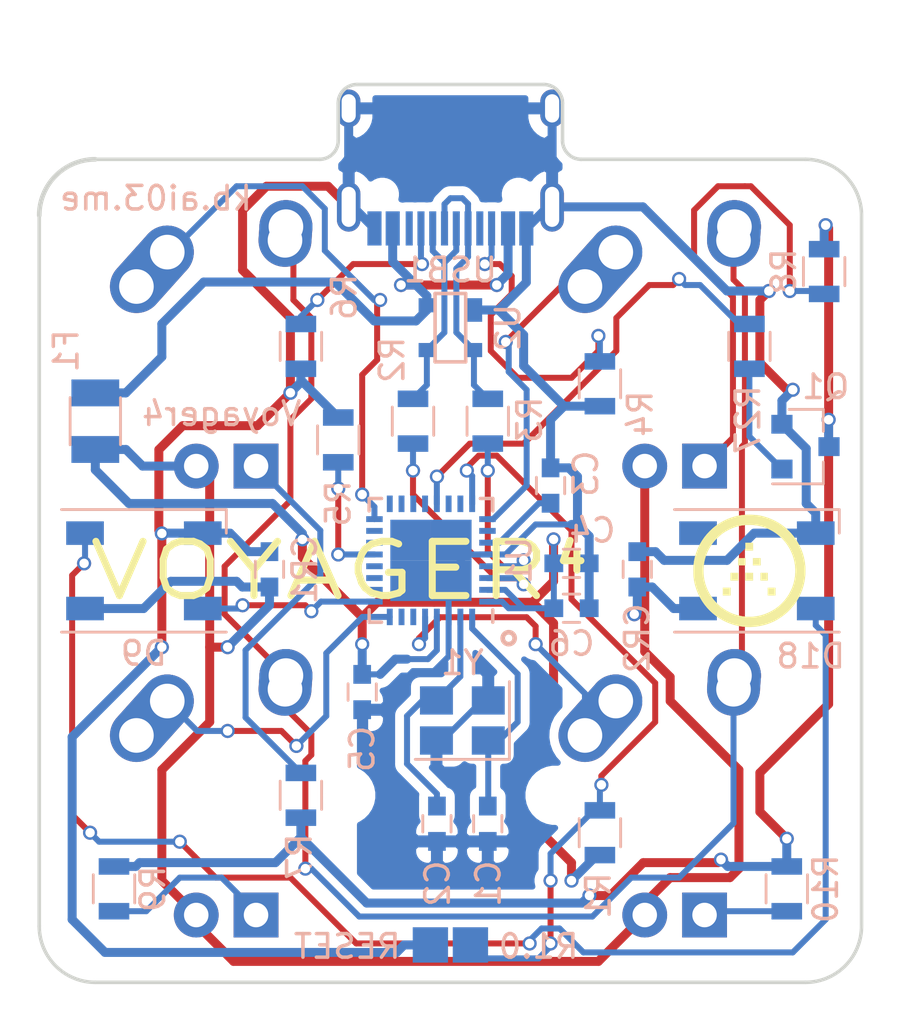
<source format=kicad_pcb>
(kicad_pcb (version 20171130) (host pcbnew "(5.0.0)")

  (general
    (thickness 1.6)
    (drawings 23)
    (tracks 494)
    (zones 0)
    (modules 33)
    (nets 46)
  )

  (page A3)
  (layers
    (0 F.Cu signal)
    (31 B.Cu signal)
    (32 B.Adhes user)
    (33 F.Adhes user)
    (34 B.Paste user)
    (35 F.Paste user)
    (36 B.SilkS user)
    (37 F.SilkS user)
    (38 B.Mask user)
    (39 F.Mask user)
    (40 Dwgs.User user)
    (41 Cmts.User user)
    (42 Eco1.User user)
    (43 Eco2.User user)
    (44 Edge.Cuts user)
    (45 Margin user)
    (46 B.CrtYd user)
    (47 F.CrtYd user)
    (48 B.Fab user)
    (49 F.Fab user)
  )

  (setup
    (last_trace_width 0.254)
    (trace_clearance 0.1524)
    (zone_clearance 0.381)
    (zone_45_only yes)
    (trace_min 0.1524)
    (segment_width 0.2)
    (edge_width 0.15)
    (via_size 0.6)
    (via_drill 0.4)
    (via_min_size 0.4)
    (via_min_drill 0.3)
    (uvia_size 0.3)
    (uvia_drill 0.1)
    (uvias_allowed no)
    (uvia_min_size 0.2)
    (uvia_min_drill 0.1)
    (pcb_text_width 0.3)
    (pcb_text_size 1.5 1.5)
    (mod_edge_width 0.15)
    (mod_text_size 1 1)
    (mod_text_width 0.15)
    (pad_size 1.725 1.725)
    (pad_drill 0)
    (pad_to_mask_clearance 0.2)
    (aux_axis_origin 0 0)
    (visible_elements 7FFFFFFF)
    (pcbplotparams
      (layerselection 0x010f0_ffffffff)
      (usegerberextensions true)
      (usegerberattributes true)
      (usegerberadvancedattributes false)
      (creategerberjobfile false)
      (excludeedgelayer true)
      (linewidth 0.100000)
      (plotframeref false)
      (viasonmask false)
      (mode 1)
      (useauxorigin false)
      (hpglpennumber 1)
      (hpglpenspeed 20)
      (hpglpendiameter 15.000000)
      (psnegative false)
      (psa4output false)
      (plotreference true)
      (plotvalue true)
      (plotinvisibletext false)
      (padsonsilk false)
      (subtractmaskfromsilk true)
      (outputformat 1)
      (mirror false)
      (drillshape 0)
      (scaleselection 1)
      (outputdirectory "Gerber"))
  )

  (net 0 "")
  (net 1 "Net-(C1-Pad1)")
  (net 2 GND)
  (net 3 "Net-(C2-Pad1)")
  (net 4 "Net-(C3-Pad1)")
  (net 5 +5V)
  (net 6 ROW0)
  (net 7 VCC)
  (net 8 COL0)
  (net 9 COL1)
  (net 10 COL2)
  (net 11 COL3)
  (net 12 "Net-(R1-Pad2)")
  (net 13 "Net-(R5-Pad2)")
  (net 14 RGBLED)
  (net 15 "Net-(D18-Pad2)")
  (net 16 D-)
  (net 17 "Net-(R2-Pad2)")
  (net 18 D+)
  (net 19 "Net-(R3-Pad1)")
  (net 20 "Net-(R4-Pad1)")
  (net 21 "Net-(R6-Pad1)")
  (net 22 "Net-(U1-Pad6)")
  (net 23 "Net-(USB1-Pad9)")
  (net 24 "Net-(USB1-Pad3)")
  (net 25 "Net-(D18-Pad4)")
  (net 26 "Net-(MX1-Pad4)")
  (net 27 "Net-(MX2-Pad4)")
  (net 28 "Net-(MX3-Pad4)")
  (net 29 "Net-(MX4-Pad4)")
  (net 30 LEDGND)
  (net 31 "Net-(U1-Pad18)")
  (net 32 "Net-(U1-Pad15)")
  (net 33 "Net-(U1-Pad14)")
  (net 34 "Net-(U1-Pad12)")
  (net 35 "Net-(U1-Pad11)")
  (net 36 "Net-(U1-Pad10)")
  (net 37 "Net-(Q1-Pad1)")
  (net 38 "Net-(R27-Pad2)")
  (net 39 "Net-(U1-Pad26)")
  (net 40 "Net-(U1-Pad23)")
  (net 41 "Net-(U1-Pad22)")
  (net 42 "Net-(U1-Pad20)")
  (net 43 "Net-(U1-Pad19)")
  (net 44 "Net-(U1-Pad17)")
  (net 45 "Net-(U1-Pad7)")

  (net_class Default "This is the default net class."
    (clearance 0.1524)
    (trace_width 0.254)
    (via_dia 0.6)
    (via_drill 0.4)
    (uvia_dia 0.3)
    (uvia_drill 0.1)
    (add_net COL0)
    (add_net COL1)
    (add_net COL2)
    (add_net COL3)
    (add_net D+)
    (add_net D-)
    (add_net "Net-(C1-Pad1)")
    (add_net "Net-(C2-Pad1)")
    (add_net "Net-(C3-Pad1)")
    (add_net "Net-(D18-Pad2)")
    (add_net "Net-(D18-Pad4)")
    (add_net "Net-(MX1-Pad4)")
    (add_net "Net-(MX2-Pad4)")
    (add_net "Net-(MX3-Pad4)")
    (add_net "Net-(MX4-Pad4)")
    (add_net "Net-(Q1-Pad1)")
    (add_net "Net-(R1-Pad2)")
    (add_net "Net-(R2-Pad2)")
    (add_net "Net-(R27-Pad2)")
    (add_net "Net-(R3-Pad1)")
    (add_net "Net-(R4-Pad1)")
    (add_net "Net-(R5-Pad2)")
    (add_net "Net-(R6-Pad1)")
    (add_net "Net-(U1-Pad10)")
    (add_net "Net-(U1-Pad11)")
    (add_net "Net-(U1-Pad12)")
    (add_net "Net-(U1-Pad14)")
    (add_net "Net-(U1-Pad15)")
    (add_net "Net-(U1-Pad17)")
    (add_net "Net-(U1-Pad18)")
    (add_net "Net-(U1-Pad19)")
    (add_net "Net-(U1-Pad20)")
    (add_net "Net-(U1-Pad22)")
    (add_net "Net-(U1-Pad23)")
    (add_net "Net-(U1-Pad26)")
    (add_net "Net-(U1-Pad6)")
    (add_net "Net-(U1-Pad7)")
    (add_net "Net-(USB1-Pad3)")
    (add_net "Net-(USB1-Pad9)")
    (add_net RGBLED)
    (add_net ROW0)
  )

  (net_class POWER ""
    (clearance 0.1524)
    (trace_width 0.381)
    (via_dia 0.6)
    (via_drill 0.4)
    (uvia_dia 0.3)
    (uvia_drill 0.1)
    (add_net +5V)
    (add_net GND)
    (add_net LEDGND)
    (add_net VCC)
  )

  (module MX_Alps_Hybrid:MX-1U (layer F.Cu) (tedit 5A9F3A9A) (tstamp 5C4D7995)
    (at 58.7375 58.7375)
    (path /5C51970A)
    (fp_text reference MX3 (at 0 3.175) (layer Dwgs.User)
      (effects (font (size 1 1) (thickness 0.15)))
    )
    (fp_text value MX-1U (at 0 -7.9375) (layer Dwgs.User)
      (effects (font (size 1 1) (thickness 0.15)))
    )
    (fp_line (start 5 -7) (end 7 -7) (layer Dwgs.User) (width 0.15))
    (fp_line (start 7 -7) (end 7 -5) (layer Dwgs.User) (width 0.15))
    (fp_line (start 5 7) (end 7 7) (layer Dwgs.User) (width 0.15))
    (fp_line (start 7 7) (end 7 5) (layer Dwgs.User) (width 0.15))
    (fp_line (start -7 5) (end -7 7) (layer Dwgs.User) (width 0.15))
    (fp_line (start -7 7) (end -5 7) (layer Dwgs.User) (width 0.15))
    (fp_line (start -5 -7) (end -7 -7) (layer Dwgs.User) (width 0.15))
    (fp_line (start -7 -7) (end -7 -5) (layer Dwgs.User) (width 0.15))
    (fp_line (start -9.525 -9.525) (end 9.525 -9.525) (layer Dwgs.User) (width 0.15))
    (fp_line (start 9.525 -9.525) (end 9.525 9.525) (layer Dwgs.User) (width 0.15))
    (fp_line (start 9.525 9.525) (end -9.525 9.525) (layer Dwgs.User) (width 0.15))
    (fp_line (start -9.525 9.525) (end -9.525 -9.525) (layer Dwgs.User) (width 0.15))
    (pad 2 thru_hole oval (at 2.5 -4.5 86.0548) (size 2.831378 2.25) (drill 1.47 (offset 0.290689 0)) (layers *.Cu B.Mask)
      (net 6 ROW0))
    (pad 2 thru_hole circle (at 2.54 -5.08) (size 2.25 2.25) (drill 1.47) (layers *.Cu B.Mask)
      (net 6 ROW0))
    (pad 1 thru_hole oval (at -3.81 -2.54 48.0996) (size 4.211556 2.25) (drill 1.47 (offset 0.980778 0)) (layers *.Cu B.Mask)
      (net 10 COL2))
    (pad "" np_thru_hole circle (at 0 0) (size 3.9878 3.9878) (drill 3.9878) (layers *.Cu *.Mask))
    (pad 1 thru_hole circle (at -2.5 -4) (size 2.25 2.25) (drill 1.47) (layers *.Cu B.Mask)
      (net 10 COL2))
    (pad 3 thru_hole circle (at -1.27 5.08) (size 1.905 1.905) (drill 1.04) (layers *.Cu B.Mask)
      (net 5 +5V))
    (pad 4 thru_hole rect (at 1.27 5.08) (size 1.905 1.905) (drill 1.04) (layers *.Cu B.Mask)
      (net 28 "Net-(MX3-Pad4)"))
    (pad "" np_thru_hole circle (at -5.08 0 48.0996) (size 1.75 1.75) (drill 1.75) (layers *.Cu *.Mask))
    (pad "" np_thru_hole circle (at 5.08 0 48.0996) (size 1.75 1.75) (drill 1.75) (layers *.Cu *.Mask))
  )

  (module Capacitors_SMD:C_0603 (layer B.Cu) (tedit 59958EE7) (tstamp 5C4D8D8C)
    (at 69.85 59.944 270)
    (descr "Capacitor SMD 0603, reflow soldering, AVX (see smccp.pdf)")
    (tags "capacitor 0603")
    (path /59E55C20)
    (attr smd)
    (fp_text reference C1 (at 2.54 -0.024 270) (layer B.SilkS)
      (effects (font (size 1 1) (thickness 0.15)) (justify mirror))
    )
    (fp_text value 22p (at 0 -1.5 270) (layer B.Fab)
      (effects (font (size 1 1) (thickness 0.15)) (justify mirror))
    )
    (fp_text user %R (at 0 0 270) (layer B.Fab)
      (effects (font (size 0.3 0.3) (thickness 0.075)) (justify mirror))
    )
    (fp_line (start -0.8 -0.4) (end -0.8 0.4) (layer B.Fab) (width 0.1))
    (fp_line (start 0.8 -0.4) (end -0.8 -0.4) (layer B.Fab) (width 0.1))
    (fp_line (start 0.8 0.4) (end 0.8 -0.4) (layer B.Fab) (width 0.1))
    (fp_line (start -0.8 0.4) (end 0.8 0.4) (layer B.Fab) (width 0.1))
    (fp_line (start -0.35 0.6) (end 0.35 0.6) (layer B.SilkS) (width 0.12))
    (fp_line (start 0.35 -0.6) (end -0.35 -0.6) (layer B.SilkS) (width 0.12))
    (fp_line (start -1.4 0.65) (end 1.4 0.65) (layer B.CrtYd) (width 0.05))
    (fp_line (start -1.4 0.65) (end -1.4 -0.65) (layer B.CrtYd) (width 0.05))
    (fp_line (start 1.4 -0.65) (end 1.4 0.65) (layer B.CrtYd) (width 0.05))
    (fp_line (start 1.4 -0.65) (end -1.4 -0.65) (layer B.CrtYd) (width 0.05))
    (pad 1 smd rect (at -0.75 0 270) (size 0.8 0.75) (layers B.Cu B.Paste B.Mask)
      (net 1 "Net-(C1-Pad1)"))
    (pad 2 smd rect (at 0.75 0 270) (size 0.8 0.75) (layers B.Cu B.Paste B.Mask)
      (net 2 GND))
    (model Capacitors_SMD.3dshapes/C_0603.wrl
      (at (xyz 0 0 0))
      (scale (xyz 1 1 1))
      (rotate (xyz 0 0 0))
    )
  )

  (module Capacitors_SMD:C_0603 (layer B.Cu) (tedit 59958EE7) (tstamp 5C4D7814)
    (at 67.691 59.944 270)
    (descr "Capacitor SMD 0603, reflow soldering, AVX (see smccp.pdf)")
    (tags "capacitor 0603")
    (path /59E55D4D)
    (attr smd)
    (fp_text reference C2 (at 2.54 -0.024 270) (layer B.SilkS)
      (effects (font (size 1 1) (thickness 0.15)) (justify mirror))
    )
    (fp_text value 22p (at 0 -1.5 270) (layer B.Fab)
      (effects (font (size 1 1) (thickness 0.15)) (justify mirror))
    )
    (fp_line (start 1.4 -0.65) (end -1.4 -0.65) (layer B.CrtYd) (width 0.05))
    (fp_line (start 1.4 -0.65) (end 1.4 0.65) (layer B.CrtYd) (width 0.05))
    (fp_line (start -1.4 0.65) (end -1.4 -0.65) (layer B.CrtYd) (width 0.05))
    (fp_line (start -1.4 0.65) (end 1.4 0.65) (layer B.CrtYd) (width 0.05))
    (fp_line (start 0.35 -0.6) (end -0.35 -0.6) (layer B.SilkS) (width 0.12))
    (fp_line (start -0.35 0.6) (end 0.35 0.6) (layer B.SilkS) (width 0.12))
    (fp_line (start -0.8 0.4) (end 0.8 0.4) (layer B.Fab) (width 0.1))
    (fp_line (start 0.8 0.4) (end 0.8 -0.4) (layer B.Fab) (width 0.1))
    (fp_line (start 0.8 -0.4) (end -0.8 -0.4) (layer B.Fab) (width 0.1))
    (fp_line (start -0.8 -0.4) (end -0.8 0.4) (layer B.Fab) (width 0.1))
    (fp_text user %R (at 0 0 270) (layer B.Fab)
      (effects (font (size 0.3 0.3) (thickness 0.075)) (justify mirror))
    )
    (pad 2 smd rect (at 0.75 0 270) (size 0.8 0.75) (layers B.Cu B.Paste B.Mask)
      (net 2 GND))
    (pad 1 smd rect (at -0.75 0 270) (size 0.8 0.75) (layers B.Cu B.Paste B.Mask)
      (net 3 "Net-(C2-Pad1)"))
    (model Capacitors_SMD.3dshapes/C_0603.wrl
      (at (xyz 0 0 0))
      (scale (xyz 1 1 1))
      (rotate (xyz 0 0 0))
    )
  )

  (module Capacitors_SMD:C_0603 (layer B.Cu) (tedit 59958EE7) (tstamp 5C4D7825)
    (at 72.517 45.593 90)
    (descr "Capacitor SMD 0603, reflow soldering, AVX (see smccp.pdf)")
    (tags "capacitor 0603")
    (path /59E57FE4)
    (attr smd)
    (fp_text reference C3 (at 0.508 1.5 90) (layer B.SilkS)
      (effects (font (size 1 1) (thickness 0.15)) (justify mirror))
    )
    (fp_text value 1uF (at 0 -1.5 90) (layer B.Fab)
      (effects (font (size 1 1) (thickness 0.15)) (justify mirror))
    )
    (fp_line (start 1.4 -0.65) (end -1.4 -0.65) (layer B.CrtYd) (width 0.05))
    (fp_line (start 1.4 -0.65) (end 1.4 0.65) (layer B.CrtYd) (width 0.05))
    (fp_line (start -1.4 0.65) (end -1.4 -0.65) (layer B.CrtYd) (width 0.05))
    (fp_line (start -1.4 0.65) (end 1.4 0.65) (layer B.CrtYd) (width 0.05))
    (fp_line (start 0.35 -0.6) (end -0.35 -0.6) (layer B.SilkS) (width 0.12))
    (fp_line (start -0.35 0.6) (end 0.35 0.6) (layer B.SilkS) (width 0.12))
    (fp_line (start -0.8 0.4) (end 0.8 0.4) (layer B.Fab) (width 0.1))
    (fp_line (start 0.8 0.4) (end 0.8 -0.4) (layer B.Fab) (width 0.1))
    (fp_line (start 0.8 -0.4) (end -0.8 -0.4) (layer B.Fab) (width 0.1))
    (fp_line (start -0.8 -0.4) (end -0.8 0.4) (layer B.Fab) (width 0.1))
    (fp_text user %R (at 0 0 90) (layer B.Fab)
      (effects (font (size 0.3 0.3) (thickness 0.075)) (justify mirror))
    )
    (pad 2 smd rect (at 0.75 0 90) (size 0.8 0.75) (layers B.Cu B.Paste B.Mask)
      (net 2 GND))
    (pad 1 smd rect (at -0.75 0 90) (size 0.8 0.75) (layers B.Cu B.Paste B.Mask)
      (net 4 "Net-(C3-Pad1)"))
    (model Capacitors_SMD.3dshapes/C_0603.wrl
      (at (xyz 0 0 0))
      (scale (xyz 1 1 1))
      (rotate (xyz 0 0 0))
    )
  )

  (module Capacitors_SMD:C_0603 (layer B.Cu) (tedit 59958EE7) (tstamp 5C4D7836)
    (at 73.406 48.895)
    (descr "Capacitor SMD 0603, reflow soldering, AVX (see smccp.pdf)")
    (tags "capacitor 0603")
    (path /59E71603)
    (attr smd)
    (fp_text reference C4 (at 0.889 -1.397) (layer B.SilkS)
      (effects (font (size 1 1) (thickness 0.15)) (justify mirror))
    )
    (fp_text value 0.1u (at 0 -1.5) (layer B.Fab)
      (effects (font (size 1 1) (thickness 0.15)) (justify mirror))
    )
    (fp_text user %R (at 0 0) (layer B.Fab)
      (effects (font (size 0.3 0.3) (thickness 0.075)) (justify mirror))
    )
    (fp_line (start -0.8 -0.4) (end -0.8 0.4) (layer B.Fab) (width 0.1))
    (fp_line (start 0.8 -0.4) (end -0.8 -0.4) (layer B.Fab) (width 0.1))
    (fp_line (start 0.8 0.4) (end 0.8 -0.4) (layer B.Fab) (width 0.1))
    (fp_line (start -0.8 0.4) (end 0.8 0.4) (layer B.Fab) (width 0.1))
    (fp_line (start -0.35 0.6) (end 0.35 0.6) (layer B.SilkS) (width 0.12))
    (fp_line (start 0.35 -0.6) (end -0.35 -0.6) (layer B.SilkS) (width 0.12))
    (fp_line (start -1.4 0.65) (end 1.4 0.65) (layer B.CrtYd) (width 0.05))
    (fp_line (start -1.4 0.65) (end -1.4 -0.65) (layer B.CrtYd) (width 0.05))
    (fp_line (start 1.4 -0.65) (end 1.4 0.65) (layer B.CrtYd) (width 0.05))
    (fp_line (start 1.4 -0.65) (end -1.4 -0.65) (layer B.CrtYd) (width 0.05))
    (pad 1 smd rect (at -0.75 0) (size 0.8 0.75) (layers B.Cu B.Paste B.Mask)
      (net 5 +5V))
    (pad 2 smd rect (at 0.75 0) (size 0.8 0.75) (layers B.Cu B.Paste B.Mask)
      (net 2 GND))
    (model Capacitors_SMD.3dshapes/C_0603.wrl
      (at (xyz 0 0 0))
      (scale (xyz 1 1 1))
      (rotate (xyz 0 0 0))
    )
  )

  (module Capacitors_SMD:C_0603 (layer B.Cu) (tedit 59958EE7) (tstamp 5C4D7847)
    (at 64.516 54.356 270)
    (descr "Capacitor SMD 0603, reflow soldering, AVX (see smccp.pdf)")
    (tags "capacitor 0603")
    (path /59E7418D)
    (attr smd)
    (fp_text reference C5 (at 2.413 0 270) (layer B.SilkS)
      (effects (font (size 1 1) (thickness 0.15)) (justify mirror))
    )
    (fp_text value 0.1u (at 0 -1.5 270) (layer B.Fab)
      (effects (font (size 1 1) (thickness 0.15)) (justify mirror))
    )
    (fp_line (start 1.4 -0.65) (end -1.4 -0.65) (layer B.CrtYd) (width 0.05))
    (fp_line (start 1.4 -0.65) (end 1.4 0.65) (layer B.CrtYd) (width 0.05))
    (fp_line (start -1.4 0.65) (end -1.4 -0.65) (layer B.CrtYd) (width 0.05))
    (fp_line (start -1.4 0.65) (end 1.4 0.65) (layer B.CrtYd) (width 0.05))
    (fp_line (start 0.35 -0.6) (end -0.35 -0.6) (layer B.SilkS) (width 0.12))
    (fp_line (start -0.35 0.6) (end 0.35 0.6) (layer B.SilkS) (width 0.12))
    (fp_line (start -0.8 0.4) (end 0.8 0.4) (layer B.Fab) (width 0.1))
    (fp_line (start 0.8 0.4) (end 0.8 -0.4) (layer B.Fab) (width 0.1))
    (fp_line (start 0.8 -0.4) (end -0.8 -0.4) (layer B.Fab) (width 0.1))
    (fp_line (start -0.8 -0.4) (end -0.8 0.4) (layer B.Fab) (width 0.1))
    (fp_text user %R (at 0 0 270) (layer B.Fab)
      (effects (font (size 0.3 0.3) (thickness 0.075)) (justify mirror))
    )
    (pad 2 smd rect (at 0.75 0 270) (size 0.8 0.75) (layers B.Cu B.Paste B.Mask)
      (net 2 GND))
    (pad 1 smd rect (at -0.75 0 270) (size 0.8 0.75) (layers B.Cu B.Paste B.Mask)
      (net 5 +5V))
    (model Capacitors_SMD.3dshapes/C_0603.wrl
      (at (xyz 0 0 0))
      (scale (xyz 1 1 1))
      (rotate (xyz 0 0 0))
    )
  )

  (module Capacitors_SMD:C_0603 (layer B.Cu) (tedit 59958EE7) (tstamp 5C4D7858)
    (at 73.406 50.8)
    (descr "Capacitor SMD 0603, reflow soldering, AVX (see smccp.pdf)")
    (tags "capacitor 0603")
    (path /59E7422A)
    (attr smd)
    (fp_text reference C6 (at 0 1.5) (layer B.SilkS)
      (effects (font (size 1 1) (thickness 0.15)) (justify mirror))
    )
    (fp_text value 4.7u (at 0 -1.5) (layer B.Fab)
      (effects (font (size 1 1) (thickness 0.15)) (justify mirror))
    )
    (fp_text user %R (at 0 0) (layer B.Fab)
      (effects (font (size 0.3 0.3) (thickness 0.075)) (justify mirror))
    )
    (fp_line (start -0.8 -0.4) (end -0.8 0.4) (layer B.Fab) (width 0.1))
    (fp_line (start 0.8 -0.4) (end -0.8 -0.4) (layer B.Fab) (width 0.1))
    (fp_line (start 0.8 0.4) (end 0.8 -0.4) (layer B.Fab) (width 0.1))
    (fp_line (start -0.8 0.4) (end 0.8 0.4) (layer B.Fab) (width 0.1))
    (fp_line (start -0.35 0.6) (end 0.35 0.6) (layer B.SilkS) (width 0.12))
    (fp_line (start 0.35 -0.6) (end -0.35 -0.6) (layer B.SilkS) (width 0.12))
    (fp_line (start -1.4 0.65) (end 1.4 0.65) (layer B.CrtYd) (width 0.05))
    (fp_line (start -1.4 0.65) (end -1.4 -0.65) (layer B.CrtYd) (width 0.05))
    (fp_line (start 1.4 -0.65) (end 1.4 0.65) (layer B.CrtYd) (width 0.05))
    (fp_line (start 1.4 -0.65) (end -1.4 -0.65) (layer B.CrtYd) (width 0.05))
    (pad 1 smd rect (at -0.75 0) (size 0.8 0.75) (layers B.Cu B.Paste B.Mask)
      (net 5 +5V))
    (pad 2 smd rect (at 0.75 0) (size 0.8 0.75) (layers B.Cu B.Paste B.Mask)
      (net 2 GND))
    (model Capacitors_SMD.3dshapes/C_0603.wrl
      (at (xyz 0 0 0))
      (scale (xyz 1 1 1))
      (rotate (xyz 0 0 0))
    )
  )

  (module Capacitors_SMD:C_0603 (layer B.Cu) (tedit 59958EE7) (tstamp 5C4D7869)
    (at 60.579 49.149 90)
    (descr "Capacitor SMD 0603, reflow soldering, AVX (see smccp.pdf)")
    (tags "capacitor 0603")
    (path /59E874F1)
    (attr smd)
    (fp_text reference CR1 (at 0 1.5 90) (layer B.SilkS)
      (effects (font (size 1 1) (thickness 0.15)) (justify mirror))
    )
    (fp_text value 0.1u (at 0 -1.5 90) (layer B.Fab)
      (effects (font (size 1 1) (thickness 0.15)) (justify mirror))
    )
    (fp_text user %R (at 0 0 90) (layer B.Fab)
      (effects (font (size 0.3 0.3) (thickness 0.075)) (justify mirror))
    )
    (fp_line (start -0.8 -0.4) (end -0.8 0.4) (layer B.Fab) (width 0.1))
    (fp_line (start 0.8 -0.4) (end -0.8 -0.4) (layer B.Fab) (width 0.1))
    (fp_line (start 0.8 0.4) (end 0.8 -0.4) (layer B.Fab) (width 0.1))
    (fp_line (start -0.8 0.4) (end 0.8 0.4) (layer B.Fab) (width 0.1))
    (fp_line (start -0.35 0.6) (end 0.35 0.6) (layer B.SilkS) (width 0.12))
    (fp_line (start 0.35 -0.6) (end -0.35 -0.6) (layer B.SilkS) (width 0.12))
    (fp_line (start -1.4 0.65) (end 1.4 0.65) (layer B.CrtYd) (width 0.05))
    (fp_line (start -1.4 0.65) (end -1.4 -0.65) (layer B.CrtYd) (width 0.05))
    (fp_line (start 1.4 -0.65) (end 1.4 0.65) (layer B.CrtYd) (width 0.05))
    (fp_line (start 1.4 -0.65) (end -1.4 -0.65) (layer B.CrtYd) (width 0.05))
    (pad 1 smd rect (at -0.75 0 90) (size 0.8 0.75) (layers B.Cu B.Paste B.Mask)
      (net 5 +5V))
    (pad 2 smd rect (at 0.75 0 90) (size 0.8 0.75) (layers B.Cu B.Paste B.Mask)
      (net 2 GND))
    (model Capacitors_SMD.3dshapes/C_0603.wrl
      (at (xyz 0 0 0))
      (scale (xyz 1 1 1))
      (rotate (xyz 0 0 0))
    )
  )

  (module Capacitors_SMD:C_0603 (layer B.Cu) (tedit 59958EE7) (tstamp 5C4D787A)
    (at 76.2 49.149 90)
    (descr "Capacitor SMD 0603, reflow soldering, AVX (see smccp.pdf)")
    (tags "capacitor 0603")
    (path /59E879A6)
    (attr smd)
    (fp_text reference CR2 (at -2.921 0 90) (layer B.SilkS)
      (effects (font (size 1 1) (thickness 0.15)) (justify mirror))
    )
    (fp_text value 0.1u (at 0 -1.5 90) (layer B.Fab)
      (effects (font (size 1 1) (thickness 0.15)) (justify mirror))
    )
    (fp_line (start 1.4 -0.65) (end -1.4 -0.65) (layer B.CrtYd) (width 0.05))
    (fp_line (start 1.4 -0.65) (end 1.4 0.65) (layer B.CrtYd) (width 0.05))
    (fp_line (start -1.4 0.65) (end -1.4 -0.65) (layer B.CrtYd) (width 0.05))
    (fp_line (start -1.4 0.65) (end 1.4 0.65) (layer B.CrtYd) (width 0.05))
    (fp_line (start 0.35 -0.6) (end -0.35 -0.6) (layer B.SilkS) (width 0.12))
    (fp_line (start -0.35 0.6) (end 0.35 0.6) (layer B.SilkS) (width 0.12))
    (fp_line (start -0.8 0.4) (end 0.8 0.4) (layer B.Fab) (width 0.1))
    (fp_line (start 0.8 0.4) (end 0.8 -0.4) (layer B.Fab) (width 0.1))
    (fp_line (start 0.8 -0.4) (end -0.8 -0.4) (layer B.Fab) (width 0.1))
    (fp_line (start -0.8 -0.4) (end -0.8 0.4) (layer B.Fab) (width 0.1))
    (fp_text user %R (at 0 0 90) (layer B.Fab)
      (effects (font (size 0.3 0.3) (thickness 0.075)) (justify mirror))
    )
    (pad 2 smd rect (at 0.75 0 90) (size 0.8 0.75) (layers B.Cu B.Paste B.Mask)
      (net 2 GND))
    (pad 1 smd rect (at -0.75 0 90) (size 0.8 0.75) (layers B.Cu B.Paste B.Mask)
      (net 5 +5V))
    (model Capacitors_SMD.3dshapes/C_0603.wrl
      (at (xyz 0 0 0))
      (scale (xyz 1 1 1))
      (rotate (xyz 0 0 0))
    )
  )

  (module LEDs:LED_WS2812B-PLCC4 (layer B.Cu) (tedit 587A6D9E) (tstamp 5C4D7925)
    (at 55.245 49.2125)
    (descr http://www.world-semi.com/uploads/soft/150522/1-150522091P5.pdf)
    (tags "LED NeoPixel")
    (path /5C592266)
    (attr smd)
    (fp_text reference D9 (at 0 3.5) (layer B.SilkS)
      (effects (font (size 1 1) (thickness 0.15)) (justify mirror))
    )
    (fp_text value WS2812B (at 0 -4) (layer B.Fab)
      (effects (font (size 1 1) (thickness 0.15)) (justify mirror))
    )
    (fp_circle (center 0 0) (end 0 2) (layer B.Fab) (width 0.1))
    (fp_line (start 3.5 -2.6) (end 3.5 -1.6) (layer B.SilkS) (width 0.12))
    (fp_line (start -3.5 -2.6) (end 3.5 -2.6) (layer B.SilkS) (width 0.12))
    (fp_line (start -3.5 2.6) (end 3.5 2.6) (layer B.SilkS) (width 0.12))
    (fp_line (start 2.5 2.5) (end -2.5 2.5) (layer B.Fab) (width 0.1))
    (fp_line (start 2.5 -2.5) (end 2.5 2.5) (layer B.Fab) (width 0.1))
    (fp_line (start -2.5 -2.5) (end 2.5 -2.5) (layer B.Fab) (width 0.1))
    (fp_line (start -2.5 2.5) (end -2.5 -2.5) (layer B.Fab) (width 0.1))
    (fp_line (start 2.5 -1.5) (end 1.5 -2.5) (layer B.Fab) (width 0.1))
    (fp_line (start -3.75 2.85) (end -3.75 -2.85) (layer B.CrtYd) (width 0.05))
    (fp_line (start -3.75 -2.85) (end 3.75 -2.85) (layer B.CrtYd) (width 0.05))
    (fp_line (start 3.75 -2.85) (end 3.75 2.85) (layer B.CrtYd) (width 0.05))
    (fp_line (start 3.75 2.85) (end -3.75 2.85) (layer B.CrtYd) (width 0.05))
    (pad 1 smd rect (at -2.5 1.6) (size 1.6 1) (layers B.Cu B.Paste B.Mask)
      (net 5 +5V))
    (pad 2 smd rect (at -2.5 -1.6) (size 1.6 1) (layers B.Cu B.Paste B.Mask)
      (net 25 "Net-(D18-Pad4)"))
    (pad 4 smd rect (at 2.5 1.6) (size 1.6 1) (layers B.Cu B.Paste B.Mask)
      (net 14 RGBLED))
    (pad 3 smd rect (at 2.5 -1.6) (size 1.6 1) (layers B.Cu B.Paste B.Mask)
      (net 2 GND))
    (model ${KISYS3DMOD}/LEDs.3dshapes/LED_WS2812B-PLCC4.wrl
      (at (xyz 0 0 0))
      (scale (xyz 0.39 0.39 0.39))
      (rotate (xyz 0 0 180))
    )
  )

  (module LEDs:LED_WS2812B-PLCC4 (layer B.Cu) (tedit 587A6D9E) (tstamp 5C4DA528)
    (at 81.28 49.2125)
    (descr http://www.world-semi.com/uploads/soft/150522/1-150522091P5.pdf)
    (tags "LED NeoPixel")
    (path /5C5B39F3)
    (attr smd)
    (fp_text reference D18 (at 2.286 3.6195) (layer B.SilkS)
      (effects (font (size 1 1) (thickness 0.15)) (justify mirror))
    )
    (fp_text value WS2812B (at 0 -4) (layer B.Fab)
      (effects (font (size 1 1) (thickness 0.15)) (justify mirror))
    )
    (fp_line (start 3.75 2.85) (end -3.75 2.85) (layer B.CrtYd) (width 0.05))
    (fp_line (start 3.75 -2.85) (end 3.75 2.85) (layer B.CrtYd) (width 0.05))
    (fp_line (start -3.75 -2.85) (end 3.75 -2.85) (layer B.CrtYd) (width 0.05))
    (fp_line (start -3.75 2.85) (end -3.75 -2.85) (layer B.CrtYd) (width 0.05))
    (fp_line (start 2.5 -1.5) (end 1.5 -2.5) (layer B.Fab) (width 0.1))
    (fp_line (start -2.5 2.5) (end -2.5 -2.5) (layer B.Fab) (width 0.1))
    (fp_line (start -2.5 -2.5) (end 2.5 -2.5) (layer B.Fab) (width 0.1))
    (fp_line (start 2.5 -2.5) (end 2.5 2.5) (layer B.Fab) (width 0.1))
    (fp_line (start 2.5 2.5) (end -2.5 2.5) (layer B.Fab) (width 0.1))
    (fp_line (start -3.5 2.6) (end 3.5 2.6) (layer B.SilkS) (width 0.12))
    (fp_line (start -3.5 -2.6) (end 3.5 -2.6) (layer B.SilkS) (width 0.12))
    (fp_line (start 3.5 -2.6) (end 3.5 -1.6) (layer B.SilkS) (width 0.12))
    (fp_circle (center 0 0) (end 0 2) (layer B.Fab) (width 0.1))
    (pad 3 smd rect (at 2.5 -1.6) (size 1.6 1) (layers B.Cu B.Paste B.Mask)
      (net 2 GND))
    (pad 4 smd rect (at 2.5 1.6) (size 1.6 1) (layers B.Cu B.Paste B.Mask)
      (net 25 "Net-(D18-Pad4)"))
    (pad 2 smd rect (at -2.5 -1.6) (size 1.6 1) (layers B.Cu B.Paste B.Mask)
      (net 15 "Net-(D18-Pad2)"))
    (pad 1 smd rect (at -2.5 1.6) (size 1.6 1) (layers B.Cu B.Paste B.Mask)
      (net 5 +5V))
    (model ${KISYS3DMOD}/LEDs.3dshapes/LED_WS2812B-PLCC4.wrl
      (at (xyz 0 0 0))
      (scale (xyz 0.39 0.39 0.39))
      (rotate (xyz 0 0 180))
    )
  )

  (module Fuse_Holders_and_Fuses:Fuse_SMD1206_Reflow (layer B.Cu) (tedit 0) (tstamp 5C4D794A)
    (at 53.18125 42.8625 90)
    (descr "Fuse, Sicherung, SMD1206, Littlefuse-Wickmann, Reflow,")
    (tags "Fuse Sicherung SMD1206 Littlefuse-Wickmann Reflow ")
    (path /59E5C05A)
    (attr smd)
    (fp_text reference F1 (at 2.9845 -1.23825 90) (layer B.SilkS)
      (effects (font (size 1 1) (thickness 0.15)) (justify mirror))
    )
    (fp_text value 500mA (at -0.45 -3.2 90) (layer B.Fab)
      (effects (font (size 1 1) (thickness 0.15)) (justify mirror))
    )
    (fp_line (start 2.47 -1.05) (end -2.47 -1.05) (layer B.CrtYd) (width 0.05))
    (fp_line (start 2.47 -1.05) (end 2.47 1.05) (layer B.CrtYd) (width 0.05))
    (fp_line (start -2.47 1.05) (end -2.47 -1.05) (layer B.CrtYd) (width 0.05))
    (fp_line (start -2.47 1.05) (end 2.47 1.05) (layer B.CrtYd) (width 0.05))
    (fp_line (start -1 1.07) (end 1 1.07) (layer B.SilkS) (width 0.12))
    (fp_line (start 1 -1.07) (end -1 -1.07) (layer B.SilkS) (width 0.12))
    (fp_line (start -1.6 0.8) (end 1.6 0.8) (layer B.Fab) (width 0.1))
    (fp_line (start 1.6 0.8) (end 1.6 -0.8) (layer B.Fab) (width 0.1))
    (fp_line (start 1.6 -0.8) (end -1.6 -0.8) (layer B.Fab) (width 0.1))
    (fp_line (start -1.6 -0.8) (end -1.6 0.8) (layer B.Fab) (width 0.1))
    (pad 2 smd rect (at 1.2 0) (size 2.03 1.14) (layers B.Cu B.Paste B.Mask)
      (net 7 VCC))
    (pad 1 smd rect (at -1.2 0) (size 2.03 1.14) (layers B.Cu B.Paste B.Mask)
      (net 5 +5V))
  )

  (module MX_Alps_Hybrid:MX-1U (layer F.Cu) (tedit 5A9F3A9A) (tstamp 5C4D7963)
    (at 58.7375 39.6875)
    (path /5C5196DC)
    (fp_text reference MX1 (at 0 3.175) (layer Dwgs.User)
      (effects (font (size 1 1) (thickness 0.15)))
    )
    (fp_text value MX-1U (at 0 -7.9375) (layer Dwgs.User)
      (effects (font (size 1 1) (thickness 0.15)))
    )
    (fp_line (start 5 -7) (end 7 -7) (layer Dwgs.User) (width 0.15))
    (fp_line (start 7 -7) (end 7 -5) (layer Dwgs.User) (width 0.15))
    (fp_line (start 5 7) (end 7 7) (layer Dwgs.User) (width 0.15))
    (fp_line (start 7 7) (end 7 5) (layer Dwgs.User) (width 0.15))
    (fp_line (start -7 5) (end -7 7) (layer Dwgs.User) (width 0.15))
    (fp_line (start -7 7) (end -5 7) (layer Dwgs.User) (width 0.15))
    (fp_line (start -5 -7) (end -7 -7) (layer Dwgs.User) (width 0.15))
    (fp_line (start -7 -7) (end -7 -5) (layer Dwgs.User) (width 0.15))
    (fp_line (start -9.525 -9.525) (end 9.525 -9.525) (layer Dwgs.User) (width 0.15))
    (fp_line (start 9.525 -9.525) (end 9.525 9.525) (layer Dwgs.User) (width 0.15))
    (fp_line (start 9.525 9.525) (end -9.525 9.525) (layer Dwgs.User) (width 0.15))
    (fp_line (start -9.525 9.525) (end -9.525 -9.525) (layer Dwgs.User) (width 0.15))
    (pad 2 thru_hole oval (at 2.5 -4.5 86.0548) (size 2.831378 2.25) (drill 1.47 (offset 0.290689 0)) (layers *.Cu B.Mask)
      (net 6 ROW0))
    (pad 2 thru_hole circle (at 2.54 -5.08) (size 2.25 2.25) (drill 1.47) (layers *.Cu B.Mask)
      (net 6 ROW0))
    (pad 1 thru_hole oval (at -3.81 -2.54 48.0996) (size 4.211556 2.25) (drill 1.47 (offset 0.980778 0)) (layers *.Cu B.Mask)
      (net 8 COL0))
    (pad "" np_thru_hole circle (at 0 0) (size 3.9878 3.9878) (drill 3.9878) (layers *.Cu *.Mask))
    (pad 1 thru_hole circle (at -2.5 -4) (size 2.25 2.25) (drill 1.47) (layers *.Cu B.Mask)
      (net 8 COL0))
    (pad 3 thru_hole circle (at -1.27 5.08) (size 1.905 1.905) (drill 1.04) (layers *.Cu B.Mask)
      (net 5 +5V))
    (pad 4 thru_hole rect (at 1.27 5.08) (size 1.905 1.905) (drill 1.04) (layers *.Cu B.Mask)
      (net 26 "Net-(MX1-Pad4)"))
    (pad "" np_thru_hole circle (at -5.08 0 48.0996) (size 1.75 1.75) (drill 1.75) (layers *.Cu *.Mask))
    (pad "" np_thru_hole circle (at 5.08 0 48.0996) (size 1.75 1.75) (drill 1.75) (layers *.Cu *.Mask))
  )

  (module MX_Alps_Hybrid:MX-1U (layer F.Cu) (tedit 5A9F3A9A) (tstamp 5C4D797C)
    (at 77.7875 39.6875)
    (path /5C5196F3)
    (fp_text reference MX2 (at 0 3.175) (layer Dwgs.User)
      (effects (font (size 1 1) (thickness 0.15)))
    )
    (fp_text value MX-1U (at 0 -7.9375) (layer Dwgs.User)
      (effects (font (size 1 1) (thickness 0.15)))
    )
    (fp_line (start -9.525 9.525) (end -9.525 -9.525) (layer Dwgs.User) (width 0.15))
    (fp_line (start 9.525 9.525) (end -9.525 9.525) (layer Dwgs.User) (width 0.15))
    (fp_line (start 9.525 -9.525) (end 9.525 9.525) (layer Dwgs.User) (width 0.15))
    (fp_line (start -9.525 -9.525) (end 9.525 -9.525) (layer Dwgs.User) (width 0.15))
    (fp_line (start -7 -7) (end -7 -5) (layer Dwgs.User) (width 0.15))
    (fp_line (start -5 -7) (end -7 -7) (layer Dwgs.User) (width 0.15))
    (fp_line (start -7 7) (end -5 7) (layer Dwgs.User) (width 0.15))
    (fp_line (start -7 5) (end -7 7) (layer Dwgs.User) (width 0.15))
    (fp_line (start 7 7) (end 7 5) (layer Dwgs.User) (width 0.15))
    (fp_line (start 5 7) (end 7 7) (layer Dwgs.User) (width 0.15))
    (fp_line (start 7 -7) (end 7 -5) (layer Dwgs.User) (width 0.15))
    (fp_line (start 5 -7) (end 7 -7) (layer Dwgs.User) (width 0.15))
    (pad "" np_thru_hole circle (at 5.08 0 48.0996) (size 1.75 1.75) (drill 1.75) (layers *.Cu *.Mask))
    (pad "" np_thru_hole circle (at -5.08 0 48.0996) (size 1.75 1.75) (drill 1.75) (layers *.Cu *.Mask))
    (pad 4 thru_hole rect (at 1.27 5.08) (size 1.905 1.905) (drill 1.04) (layers *.Cu B.Mask)
      (net 27 "Net-(MX2-Pad4)"))
    (pad 3 thru_hole circle (at -1.27 5.08) (size 1.905 1.905) (drill 1.04) (layers *.Cu B.Mask)
      (net 5 +5V))
    (pad 1 thru_hole circle (at -2.5 -4) (size 2.25 2.25) (drill 1.47) (layers *.Cu B.Mask)
      (net 9 COL1))
    (pad "" np_thru_hole circle (at 0 0) (size 3.9878 3.9878) (drill 3.9878) (layers *.Cu *.Mask))
    (pad 1 thru_hole oval (at -3.81 -2.54 48.0996) (size 4.211556 2.25) (drill 1.47 (offset 0.980778 0)) (layers *.Cu B.Mask)
      (net 9 COL1))
    (pad 2 thru_hole circle (at 2.54 -5.08) (size 2.25 2.25) (drill 1.47) (layers *.Cu B.Mask)
      (net 6 ROW0))
    (pad 2 thru_hole oval (at 2.5 -4.5 86.0548) (size 2.831378 2.25) (drill 1.47 (offset 0.290689 0)) (layers *.Cu B.Mask)
      (net 6 ROW0))
  )

  (module MX_Alps_Hybrid:MX-1U (layer F.Cu) (tedit 5A9F3A9A) (tstamp 5C4D79AE)
    (at 77.7875 58.7375)
    (path /5C516FEB)
    (fp_text reference MX4 (at 0 3.175) (layer Dwgs.User)
      (effects (font (size 1 1) (thickness 0.15)))
    )
    (fp_text value MX-1U (at 0 -7.9375) (layer Dwgs.User)
      (effects (font (size 1 1) (thickness 0.15)))
    )
    (fp_line (start 5 -7) (end 7 -7) (layer Dwgs.User) (width 0.15))
    (fp_line (start 7 -7) (end 7 -5) (layer Dwgs.User) (width 0.15))
    (fp_line (start 5 7) (end 7 7) (layer Dwgs.User) (width 0.15))
    (fp_line (start 7 7) (end 7 5) (layer Dwgs.User) (width 0.15))
    (fp_line (start -7 5) (end -7 7) (layer Dwgs.User) (width 0.15))
    (fp_line (start -7 7) (end -5 7) (layer Dwgs.User) (width 0.15))
    (fp_line (start -5 -7) (end -7 -7) (layer Dwgs.User) (width 0.15))
    (fp_line (start -7 -7) (end -7 -5) (layer Dwgs.User) (width 0.15))
    (fp_line (start -9.525 -9.525) (end 9.525 -9.525) (layer Dwgs.User) (width 0.15))
    (fp_line (start 9.525 -9.525) (end 9.525 9.525) (layer Dwgs.User) (width 0.15))
    (fp_line (start 9.525 9.525) (end -9.525 9.525) (layer Dwgs.User) (width 0.15))
    (fp_line (start -9.525 9.525) (end -9.525 -9.525) (layer Dwgs.User) (width 0.15))
    (pad 2 thru_hole oval (at 2.5 -4.5 86.0548) (size 2.831378 2.25) (drill 1.47 (offset 0.290689 0)) (layers *.Cu B.Mask)
      (net 6 ROW0))
    (pad 2 thru_hole circle (at 2.54 -5.08) (size 2.25 2.25) (drill 1.47) (layers *.Cu B.Mask)
      (net 6 ROW0))
    (pad 1 thru_hole oval (at -3.81 -2.54 48.0996) (size 4.211556 2.25) (drill 1.47 (offset 0.980778 0)) (layers *.Cu B.Mask)
      (net 11 COL3))
    (pad "" np_thru_hole circle (at 0 0) (size 3.9878 3.9878) (drill 3.9878) (layers *.Cu *.Mask))
    (pad 1 thru_hole circle (at -2.5 -4) (size 2.25 2.25) (drill 1.47) (layers *.Cu B.Mask)
      (net 11 COL3))
    (pad 3 thru_hole circle (at -1.27 5.08) (size 1.905 1.905) (drill 1.04) (layers *.Cu B.Mask)
      (net 5 +5V))
    (pad 4 thru_hole rect (at 1.27 5.08) (size 1.905 1.905) (drill 1.04) (layers *.Cu B.Mask)
      (net 29 "Net-(MX4-Pad4)"))
    (pad "" np_thru_hole circle (at -5.08 0 48.0996) (size 1.75 1.75) (drill 1.75) (layers *.Cu *.Mask))
    (pad "" np_thru_hole circle (at 5.08 0 48.0996) (size 1.75 1.75) (drill 1.75) (layers *.Cu *.Mask))
  )

  (module TO_SOT_Packages_SMD:SOT-23 (layer B.Cu) (tedit 58CE4E7E) (tstamp 5C4D79F5)
    (at 83.34375 43.942)
    (descr "SOT-23, Standard")
    (tags SOT-23)
    (path /5C635883)
    (attr smd)
    (fp_text reference Q1 (at 0.85725 -2.54) (layer B.SilkS)
      (effects (font (size 1 1) (thickness 0.15)) (justify mirror))
    )
    (fp_text value Q_NPN_BEC (at 0 -2.5) (layer B.Fab)
      (effects (font (size 1 1) (thickness 0.15)) (justify mirror))
    )
    (fp_line (start 0.76 -1.58) (end -0.7 -1.58) (layer B.SilkS) (width 0.12))
    (fp_line (start 0.76 1.58) (end -1.4 1.58) (layer B.SilkS) (width 0.12))
    (fp_line (start -1.7 -1.75) (end -1.7 1.75) (layer B.CrtYd) (width 0.05))
    (fp_line (start 1.7 -1.75) (end -1.7 -1.75) (layer B.CrtYd) (width 0.05))
    (fp_line (start 1.7 1.75) (end 1.7 -1.75) (layer B.CrtYd) (width 0.05))
    (fp_line (start -1.7 1.75) (end 1.7 1.75) (layer B.CrtYd) (width 0.05))
    (fp_line (start 0.76 1.58) (end 0.76 0.65) (layer B.SilkS) (width 0.12))
    (fp_line (start 0.76 -1.58) (end 0.76 -0.65) (layer B.SilkS) (width 0.12))
    (fp_line (start -0.7 -1.52) (end 0.7 -1.52) (layer B.Fab) (width 0.1))
    (fp_line (start 0.7 1.52) (end 0.7 -1.52) (layer B.Fab) (width 0.1))
    (fp_line (start -0.7 0.95) (end -0.15 1.52) (layer B.Fab) (width 0.1))
    (fp_line (start -0.15 1.52) (end 0.7 1.52) (layer B.Fab) (width 0.1))
    (fp_line (start -0.7 0.95) (end -0.7 -1.5) (layer B.Fab) (width 0.1))
    (fp_text user %R (at 0 0 -90) (layer B.Fab)
      (effects (font (size 0.5 0.5) (thickness 0.075)) (justify mirror))
    )
    (pad 3 smd rect (at 1 0) (size 0.9 0.8) (layers B.Cu B.Paste B.Mask)
      (net 30 LEDGND))
    (pad 2 smd rect (at -1 -0.95) (size 0.9 0.8) (layers B.Cu B.Paste B.Mask)
      (net 2 GND))
    (pad 1 smd rect (at -1 0.95) (size 0.9 0.8) (layers B.Cu B.Paste B.Mask)
      (net 37 "Net-(Q1-Pad1)"))
    (model ${KISYS3DMOD}/TO_SOT_Packages_SMD.3dshapes/SOT-23.wrl
      (at (xyz 0 0 0))
      (scale (xyz 1 1 1))
      (rotate (xyz 0 0 0))
    )
  )

  (module Resistors_SMD:R_0805 (layer B.Cu) (tedit 58E0A804) (tstamp 5C4D7A06)
    (at 74.6125 60.325 90)
    (descr "Resistor SMD 0805, reflow soldering, Vishay (see dcrcw.pdf)")
    (tags "resistor 0805")
    (path /59E56F4D)
    (attr smd)
    (fp_text reference R1 (at -2.667 -0.0635 90) (layer B.SilkS)
      (effects (font (size 1 1) (thickness 0.15)) (justify mirror))
    )
    (fp_text value 10k (at 0 -1.75 90) (layer B.Fab)
      (effects (font (size 1 1) (thickness 0.15)) (justify mirror))
    )
    (fp_text user %R (at 0 0 90) (layer B.Fab)
      (effects (font (size 0.5 0.5) (thickness 0.075)) (justify mirror))
    )
    (fp_line (start -1 -0.62) (end -1 0.62) (layer B.Fab) (width 0.1))
    (fp_line (start 1 -0.62) (end -1 -0.62) (layer B.Fab) (width 0.1))
    (fp_line (start 1 0.62) (end 1 -0.62) (layer B.Fab) (width 0.1))
    (fp_line (start -1 0.62) (end 1 0.62) (layer B.Fab) (width 0.1))
    (fp_line (start 0.6 -0.88) (end -0.6 -0.88) (layer B.SilkS) (width 0.12))
    (fp_line (start -0.6 0.88) (end 0.6 0.88) (layer B.SilkS) (width 0.12))
    (fp_line (start -1.55 0.9) (end 1.55 0.9) (layer B.CrtYd) (width 0.05))
    (fp_line (start -1.55 0.9) (end -1.55 -0.9) (layer B.CrtYd) (width 0.05))
    (fp_line (start 1.55 -0.9) (end 1.55 0.9) (layer B.CrtYd) (width 0.05))
    (fp_line (start 1.55 -0.9) (end -1.55 -0.9) (layer B.CrtYd) (width 0.05))
    (pad 1 smd rect (at -0.95 0 90) (size 0.7 1.3) (layers B.Cu B.Paste B.Mask)
      (net 5 +5V))
    (pad 2 smd rect (at 0.95 0 90) (size 0.7 1.3) (layers B.Cu B.Paste B.Mask)
      (net 12 "Net-(R1-Pad2)"))
    (model ${KISYS3DMOD}/Resistors_SMD.3dshapes/R_0805.wrl
      (at (xyz 0 0 0))
      (scale (xyz 1 1 1))
      (rotate (xyz 0 0 0))
    )
  )

  (module Resistors_SMD:R_0805 (layer B.Cu) (tedit 58E0A804) (tstamp 5C4D7A17)
    (at 66.675 42.8625 90)
    (descr "Resistor SMD 0805, reflow soldering, Vishay (see dcrcw.pdf)")
    (tags "resistor 0805")
    (path /59E5900C)
    (attr smd)
    (fp_text reference R2 (at 2.6035 -0.889 90) (layer B.SilkS)
      (effects (font (size 1 1) (thickness 0.15)) (justify mirror))
    )
    (fp_text value 22 (at 0 -1.75 90) (layer B.Fab)
      (effects (font (size 1 1) (thickness 0.15)) (justify mirror))
    )
    (fp_line (start 1.55 -0.9) (end -1.55 -0.9) (layer B.CrtYd) (width 0.05))
    (fp_line (start 1.55 -0.9) (end 1.55 0.9) (layer B.CrtYd) (width 0.05))
    (fp_line (start -1.55 0.9) (end -1.55 -0.9) (layer B.CrtYd) (width 0.05))
    (fp_line (start -1.55 0.9) (end 1.55 0.9) (layer B.CrtYd) (width 0.05))
    (fp_line (start -0.6 0.88) (end 0.6 0.88) (layer B.SilkS) (width 0.12))
    (fp_line (start 0.6 -0.88) (end -0.6 -0.88) (layer B.SilkS) (width 0.12))
    (fp_line (start -1 0.62) (end 1 0.62) (layer B.Fab) (width 0.1))
    (fp_line (start 1 0.62) (end 1 -0.62) (layer B.Fab) (width 0.1))
    (fp_line (start 1 -0.62) (end -1 -0.62) (layer B.Fab) (width 0.1))
    (fp_line (start -1 -0.62) (end -1 0.62) (layer B.Fab) (width 0.1))
    (fp_text user %R (at 0 0 90) (layer B.Fab)
      (effects (font (size 0.5 0.5) (thickness 0.075)) (justify mirror))
    )
    (pad 2 smd rect (at 0.95 0 90) (size 0.7 1.3) (layers B.Cu B.Paste B.Mask)
      (net 17 "Net-(R2-Pad2)"))
    (pad 1 smd rect (at -0.95 0 90) (size 0.7 1.3) (layers B.Cu B.Paste B.Mask)
      (net 16 D-))
    (model ${KISYS3DMOD}/Resistors_SMD.3dshapes/R_0805.wrl
      (at (xyz 0 0 0))
      (scale (xyz 1 1 1))
      (rotate (xyz 0 0 0))
    )
  )

  (module Resistors_SMD:R_0805 (layer B.Cu) (tedit 58E0A804) (tstamp 5C4D7A28)
    (at 69.85 42.8625 270)
    (descr "Resistor SMD 0805, reflow soldering, Vishay (see dcrcw.pdf)")
    (tags "resistor 0805")
    (path /59E59519)
    (attr smd)
    (fp_text reference R3 (at -0.0635 -1.778 270) (layer B.SilkS)
      (effects (font (size 1 1) (thickness 0.15)) (justify mirror))
    )
    (fp_text value 22 (at 0 -1.75 270) (layer B.Fab)
      (effects (font (size 1 1) (thickness 0.15)) (justify mirror))
    )
    (fp_line (start 1.55 -0.9) (end -1.55 -0.9) (layer B.CrtYd) (width 0.05))
    (fp_line (start 1.55 -0.9) (end 1.55 0.9) (layer B.CrtYd) (width 0.05))
    (fp_line (start -1.55 0.9) (end -1.55 -0.9) (layer B.CrtYd) (width 0.05))
    (fp_line (start -1.55 0.9) (end 1.55 0.9) (layer B.CrtYd) (width 0.05))
    (fp_line (start -0.6 0.88) (end 0.6 0.88) (layer B.SilkS) (width 0.12))
    (fp_line (start 0.6 -0.88) (end -0.6 -0.88) (layer B.SilkS) (width 0.12))
    (fp_line (start -1 0.62) (end 1 0.62) (layer B.Fab) (width 0.1))
    (fp_line (start 1 0.62) (end 1 -0.62) (layer B.Fab) (width 0.1))
    (fp_line (start 1 -0.62) (end -1 -0.62) (layer B.Fab) (width 0.1))
    (fp_line (start -1 -0.62) (end -1 0.62) (layer B.Fab) (width 0.1))
    (fp_text user %R (at 0 0 270) (layer B.Fab)
      (effects (font (size 0.5 0.5) (thickness 0.075)) (justify mirror))
    )
    (pad 2 smd rect (at 0.95 0 270) (size 0.7 1.3) (layers B.Cu B.Paste B.Mask)
      (net 18 D+))
    (pad 1 smd rect (at -0.95 0 270) (size 0.7 1.3) (layers B.Cu B.Paste B.Mask)
      (net 19 "Net-(R3-Pad1)"))
    (model ${KISYS3DMOD}/Resistors_SMD.3dshapes/R_0805.wrl
      (at (xyz 0 0 0))
      (scale (xyz 1 1 1))
      (rotate (xyz 0 0 0))
    )
  )

  (module Resistors_SMD:R_0805 (layer B.Cu) (tedit 58E0A804) (tstamp 5C4D7A39)
    (at 74.6125 41.275 270)
    (descr "Resistor SMD 0805, reflow soldering, Vishay (see dcrcw.pdf)")
    (tags "resistor 0805")
    (path /5C0FDF68)
    (attr smd)
    (fp_text reference R4 (at 1.27 -1.7145 270) (layer B.SilkS)
      (effects (font (size 1 1) (thickness 0.15)) (justify mirror))
    )
    (fp_text value 5.1k (at 0 -1.75 270) (layer B.Fab)
      (effects (font (size 1 1) (thickness 0.15)) (justify mirror))
    )
    (fp_line (start 1.55 -0.9) (end -1.55 -0.9) (layer B.CrtYd) (width 0.05))
    (fp_line (start 1.55 -0.9) (end 1.55 0.9) (layer B.CrtYd) (width 0.05))
    (fp_line (start -1.55 0.9) (end -1.55 -0.9) (layer B.CrtYd) (width 0.05))
    (fp_line (start -1.55 0.9) (end 1.55 0.9) (layer B.CrtYd) (width 0.05))
    (fp_line (start -0.6 0.88) (end 0.6 0.88) (layer B.SilkS) (width 0.12))
    (fp_line (start 0.6 -0.88) (end -0.6 -0.88) (layer B.SilkS) (width 0.12))
    (fp_line (start -1 0.62) (end 1 0.62) (layer B.Fab) (width 0.1))
    (fp_line (start 1 0.62) (end 1 -0.62) (layer B.Fab) (width 0.1))
    (fp_line (start 1 -0.62) (end -1 -0.62) (layer B.Fab) (width 0.1))
    (fp_line (start -1 -0.62) (end -1 0.62) (layer B.Fab) (width 0.1))
    (fp_text user %R (at 0 0 270) (layer B.Fab)
      (effects (font (size 0.5 0.5) (thickness 0.075)) (justify mirror))
    )
    (pad 2 smd rect (at 0.95 0 270) (size 0.7 1.3) (layers B.Cu B.Paste B.Mask)
      (net 2 GND))
    (pad 1 smd rect (at -0.95 0 270) (size 0.7 1.3) (layers B.Cu B.Paste B.Mask)
      (net 20 "Net-(R4-Pad1)"))
    (model ${KISYS3DMOD}/Resistors_SMD.3dshapes/R_0805.wrl
      (at (xyz 0 0 0))
      (scale (xyz 1 1 1))
      (rotate (xyz 0 0 0))
    )
  )

  (module Resistors_SMD:R_0805 (layer B.Cu) (tedit 58E0A804) (tstamp 5C4D7A4A)
    (at 63.5 43.65625 270)
    (descr "Resistor SMD 0805, reflow soldering, Vishay (see dcrcw.pdf)")
    (tags "resistor 0805")
    (path /59E647C2)
    (attr smd)
    (fp_text reference R5 (at 2.69875 0 270) (layer B.SilkS)
      (effects (font (size 1 1) (thickness 0.15)) (justify mirror))
    )
    (fp_text value 10k (at 0 -1.75 270) (layer B.Fab)
      (effects (font (size 1 1) (thickness 0.15)) (justify mirror))
    )
    (fp_text user %R (at 0 0 270) (layer B.Fab)
      (effects (font (size 0.5 0.5) (thickness 0.075)) (justify mirror))
    )
    (fp_line (start -1 -0.62) (end -1 0.62) (layer B.Fab) (width 0.1))
    (fp_line (start 1 -0.62) (end -1 -0.62) (layer B.Fab) (width 0.1))
    (fp_line (start 1 0.62) (end 1 -0.62) (layer B.Fab) (width 0.1))
    (fp_line (start -1 0.62) (end 1 0.62) (layer B.Fab) (width 0.1))
    (fp_line (start 0.6 -0.88) (end -0.6 -0.88) (layer B.SilkS) (width 0.12))
    (fp_line (start -0.6 0.88) (end 0.6 0.88) (layer B.SilkS) (width 0.12))
    (fp_line (start -1.55 0.9) (end 1.55 0.9) (layer B.CrtYd) (width 0.05))
    (fp_line (start -1.55 0.9) (end -1.55 -0.9) (layer B.CrtYd) (width 0.05))
    (fp_line (start 1.55 -0.9) (end 1.55 0.9) (layer B.CrtYd) (width 0.05))
    (fp_line (start 1.55 -0.9) (end -1.55 -0.9) (layer B.CrtYd) (width 0.05))
    (pad 1 smd rect (at -0.95 0 270) (size 0.7 1.3) (layers B.Cu B.Paste B.Mask)
      (net 2 GND))
    (pad 2 smd rect (at 0.95 0 270) (size 0.7 1.3) (layers B.Cu B.Paste B.Mask)
      (net 13 "Net-(R5-Pad2)"))
    (model ${KISYS3DMOD}/Resistors_SMD.3dshapes/R_0805.wrl
      (at (xyz 0 0 0))
      (scale (xyz 1 1 1))
      (rotate (xyz 0 0 0))
    )
  )

  (module Resistors_SMD:R_0805 (layer B.Cu) (tedit 58E0A804) (tstamp 5C4D7A5B)
    (at 61.9125 39.6875 270)
    (descr "Resistor SMD 0805, reflow soldering, Vishay (see dcrcw.pdf)")
    (tags "resistor 0805")
    (path /5C0FE230)
    (attr smd)
    (fp_text reference R6 (at -2.0955 -1.8415 270) (layer B.SilkS)
      (effects (font (size 1 1) (thickness 0.15)) (justify mirror))
    )
    (fp_text value 5.1k (at 0 -1.75 270) (layer B.Fab)
      (effects (font (size 1 1) (thickness 0.15)) (justify mirror))
    )
    (fp_text user %R (at 0 0 270) (layer B.Fab)
      (effects (font (size 0.5 0.5) (thickness 0.075)) (justify mirror))
    )
    (fp_line (start -1 -0.62) (end -1 0.62) (layer B.Fab) (width 0.1))
    (fp_line (start 1 -0.62) (end -1 -0.62) (layer B.Fab) (width 0.1))
    (fp_line (start 1 0.62) (end 1 -0.62) (layer B.Fab) (width 0.1))
    (fp_line (start -1 0.62) (end 1 0.62) (layer B.Fab) (width 0.1))
    (fp_line (start 0.6 -0.88) (end -0.6 -0.88) (layer B.SilkS) (width 0.12))
    (fp_line (start -0.6 0.88) (end 0.6 0.88) (layer B.SilkS) (width 0.12))
    (fp_line (start -1.55 0.9) (end 1.55 0.9) (layer B.CrtYd) (width 0.05))
    (fp_line (start -1.55 0.9) (end -1.55 -0.9) (layer B.CrtYd) (width 0.05))
    (fp_line (start 1.55 -0.9) (end 1.55 0.9) (layer B.CrtYd) (width 0.05))
    (fp_line (start 1.55 -0.9) (end -1.55 -0.9) (layer B.CrtYd) (width 0.05))
    (pad 1 smd rect (at -0.95 0 270) (size 0.7 1.3) (layers B.Cu B.Paste B.Mask)
      (net 21 "Net-(R6-Pad1)"))
    (pad 2 smd rect (at 0.95 0 270) (size 0.7 1.3) (layers B.Cu B.Paste B.Mask)
      (net 2 GND))
    (model ${KISYS3DMOD}/Resistors_SMD.3dshapes/R_0805.wrl
      (at (xyz 0 0 0))
      (scale (xyz 1 1 1))
      (rotate (xyz 0 0 0))
    )
  )

  (module Resistors_SMD:R_0805 (layer B.Cu) (tedit 58E0A804) (tstamp 5C4D7A6C)
    (at 61.9125 58.7375 270)
    (descr "Resistor SMD 0805, reflow soldering, Vishay (see dcrcw.pdf)")
    (tags "resistor 0805")
    (path /5C5196EA)
    (attr smd)
    (fp_text reference R7 (at 2.6035 0.0635 270) (layer B.SilkS)
      (effects (font (size 1 1) (thickness 0.15)) (justify mirror))
    )
    (fp_text value 1k (at 0 -1.75 270) (layer B.Fab)
      (effects (font (size 1 1) (thickness 0.15)) (justify mirror))
    )
    (fp_line (start 1.55 -0.9) (end -1.55 -0.9) (layer B.CrtYd) (width 0.05))
    (fp_line (start 1.55 -0.9) (end 1.55 0.9) (layer B.CrtYd) (width 0.05))
    (fp_line (start -1.55 0.9) (end -1.55 -0.9) (layer B.CrtYd) (width 0.05))
    (fp_line (start -1.55 0.9) (end 1.55 0.9) (layer B.CrtYd) (width 0.05))
    (fp_line (start -0.6 0.88) (end 0.6 0.88) (layer B.SilkS) (width 0.12))
    (fp_line (start 0.6 -0.88) (end -0.6 -0.88) (layer B.SilkS) (width 0.12))
    (fp_line (start -1 0.62) (end 1 0.62) (layer B.Fab) (width 0.1))
    (fp_line (start 1 0.62) (end 1 -0.62) (layer B.Fab) (width 0.1))
    (fp_line (start 1 -0.62) (end -1 -0.62) (layer B.Fab) (width 0.1))
    (fp_line (start -1 -0.62) (end -1 0.62) (layer B.Fab) (width 0.1))
    (fp_text user %R (at 0 0 270) (layer B.Fab)
      (effects (font (size 0.5 0.5) (thickness 0.075)) (justify mirror))
    )
    (pad 2 smd rect (at 0.95 0 270) (size 0.7 1.3) (layers B.Cu B.Paste B.Mask)
      (net 30 LEDGND))
    (pad 1 smd rect (at -0.95 0 270) (size 0.7 1.3) (layers B.Cu B.Paste B.Mask)
      (net 26 "Net-(MX1-Pad4)"))
    (model ${KISYS3DMOD}/Resistors_SMD.3dshapes/R_0805.wrl
      (at (xyz 0 0 0))
      (scale (xyz 1 1 1))
      (rotate (xyz 0 0 0))
    )
  )

  (module Resistors_SMD:R_0805 (layer B.Cu) (tedit 58E0A804) (tstamp 5C4D7A7D)
    (at 84.1375 36.5125 90)
    (descr "Resistor SMD 0805, reflow soldering, Vishay (see dcrcw.pdf)")
    (tags "resistor 0805")
    (path /5C519701)
    (attr smd)
    (fp_text reference R8 (at 0 -1.7145 90) (layer B.SilkS)
      (effects (font (size 1 1) (thickness 0.15)) (justify mirror))
    )
    (fp_text value 1k (at 0 -1.75 90) (layer B.Fab)
      (effects (font (size 1 1) (thickness 0.15)) (justify mirror))
    )
    (fp_line (start 1.55 -0.9) (end -1.55 -0.9) (layer B.CrtYd) (width 0.05))
    (fp_line (start 1.55 -0.9) (end 1.55 0.9) (layer B.CrtYd) (width 0.05))
    (fp_line (start -1.55 0.9) (end -1.55 -0.9) (layer B.CrtYd) (width 0.05))
    (fp_line (start -1.55 0.9) (end 1.55 0.9) (layer B.CrtYd) (width 0.05))
    (fp_line (start -0.6 0.88) (end 0.6 0.88) (layer B.SilkS) (width 0.12))
    (fp_line (start 0.6 -0.88) (end -0.6 -0.88) (layer B.SilkS) (width 0.12))
    (fp_line (start -1 0.62) (end 1 0.62) (layer B.Fab) (width 0.1))
    (fp_line (start 1 0.62) (end 1 -0.62) (layer B.Fab) (width 0.1))
    (fp_line (start 1 -0.62) (end -1 -0.62) (layer B.Fab) (width 0.1))
    (fp_line (start -1 -0.62) (end -1 0.62) (layer B.Fab) (width 0.1))
    (fp_text user %R (at 0 0 90) (layer B.Fab)
      (effects (font (size 0.5 0.5) (thickness 0.075)) (justify mirror))
    )
    (pad 2 smd rect (at 0.95 0 90) (size 0.7 1.3) (layers B.Cu B.Paste B.Mask)
      (net 30 LEDGND))
    (pad 1 smd rect (at -0.95 0 90) (size 0.7 1.3) (layers B.Cu B.Paste B.Mask)
      (net 27 "Net-(MX2-Pad4)"))
    (model ${KISYS3DMOD}/Resistors_SMD.3dshapes/R_0805.wrl
      (at (xyz 0 0 0))
      (scale (xyz 1 1 1))
      (rotate (xyz 0 0 0))
    )
  )

  (module Resistors_SMD:R_0805 (layer B.Cu) (tedit 58E0A804) (tstamp 5C4D7A8E)
    (at 53.975 62.70625 90)
    (descr "Resistor SMD 0805, reflow soldering, Vishay (see dcrcw.pdf)")
    (tags "resistor 0805")
    (path /5C519718)
    (attr smd)
    (fp_text reference R9 (at 0 1.65 90) (layer B.SilkS)
      (effects (font (size 1 1) (thickness 0.15)) (justify mirror))
    )
    (fp_text value 1k (at 0 -1.75 90) (layer B.Fab)
      (effects (font (size 1 1) (thickness 0.15)) (justify mirror))
    )
    (fp_text user %R (at 0 0 90) (layer B.Fab)
      (effects (font (size 0.5 0.5) (thickness 0.075)) (justify mirror))
    )
    (fp_line (start -1 -0.62) (end -1 0.62) (layer B.Fab) (width 0.1))
    (fp_line (start 1 -0.62) (end -1 -0.62) (layer B.Fab) (width 0.1))
    (fp_line (start 1 0.62) (end 1 -0.62) (layer B.Fab) (width 0.1))
    (fp_line (start -1 0.62) (end 1 0.62) (layer B.Fab) (width 0.1))
    (fp_line (start 0.6 -0.88) (end -0.6 -0.88) (layer B.SilkS) (width 0.12))
    (fp_line (start -0.6 0.88) (end 0.6 0.88) (layer B.SilkS) (width 0.12))
    (fp_line (start -1.55 0.9) (end 1.55 0.9) (layer B.CrtYd) (width 0.05))
    (fp_line (start -1.55 0.9) (end -1.55 -0.9) (layer B.CrtYd) (width 0.05))
    (fp_line (start 1.55 -0.9) (end 1.55 0.9) (layer B.CrtYd) (width 0.05))
    (fp_line (start 1.55 -0.9) (end -1.55 -0.9) (layer B.CrtYd) (width 0.05))
    (pad 1 smd rect (at -0.95 0 90) (size 0.7 1.3) (layers B.Cu B.Paste B.Mask)
      (net 28 "Net-(MX3-Pad4)"))
    (pad 2 smd rect (at 0.95 0 90) (size 0.7 1.3) (layers B.Cu B.Paste B.Mask)
      (net 30 LEDGND))
    (model ${KISYS3DMOD}/Resistors_SMD.3dshapes/R_0805.wrl
      (at (xyz 0 0 0))
      (scale (xyz 1 1 1))
      (rotate (xyz 0 0 0))
    )
  )

  (module Resistors_SMD:R_0805 (layer B.Cu) (tedit 58E0A804) (tstamp 5C4D7A9F)
    (at 82.55 62.70625 90)
    (descr "Resistor SMD 0805, reflow soldering, Vishay (see dcrcw.pdf)")
    (tags "resistor 0805")
    (path /5C516FF9)
    (attr smd)
    (fp_text reference R10 (at 0 1.65 90) (layer B.SilkS)
      (effects (font (size 1 1) (thickness 0.15)) (justify mirror))
    )
    (fp_text value 1k (at 0 -1.75 90) (layer B.Fab)
      (effects (font (size 1 1) (thickness 0.15)) (justify mirror))
    )
    (fp_text user %R (at 0 0 90) (layer B.Fab)
      (effects (font (size 0.5 0.5) (thickness 0.075)) (justify mirror))
    )
    (fp_line (start -1 -0.62) (end -1 0.62) (layer B.Fab) (width 0.1))
    (fp_line (start 1 -0.62) (end -1 -0.62) (layer B.Fab) (width 0.1))
    (fp_line (start 1 0.62) (end 1 -0.62) (layer B.Fab) (width 0.1))
    (fp_line (start -1 0.62) (end 1 0.62) (layer B.Fab) (width 0.1))
    (fp_line (start 0.6 -0.88) (end -0.6 -0.88) (layer B.SilkS) (width 0.12))
    (fp_line (start -0.6 0.88) (end 0.6 0.88) (layer B.SilkS) (width 0.12))
    (fp_line (start -1.55 0.9) (end 1.55 0.9) (layer B.CrtYd) (width 0.05))
    (fp_line (start -1.55 0.9) (end -1.55 -0.9) (layer B.CrtYd) (width 0.05))
    (fp_line (start 1.55 -0.9) (end 1.55 0.9) (layer B.CrtYd) (width 0.05))
    (fp_line (start 1.55 -0.9) (end -1.55 -0.9) (layer B.CrtYd) (width 0.05))
    (pad 1 smd rect (at -0.95 0 90) (size 0.7 1.3) (layers B.Cu B.Paste B.Mask)
      (net 29 "Net-(MX4-Pad4)"))
    (pad 2 smd rect (at 0.95 0 90) (size 0.7 1.3) (layers B.Cu B.Paste B.Mask)
      (net 30 LEDGND))
    (model ${KISYS3DMOD}/Resistors_SMD.3dshapes/R_0805.wrl
      (at (xyz 0 0 0))
      (scale (xyz 1 1 1))
      (rotate (xyz 0 0 0))
    )
  )

  (module Resistors_SMD:R_0805 (layer B.Cu) (tedit 58E0A804) (tstamp 5C4D7AD2)
    (at 80.9625 39.6875 90)
    (descr "Resistor SMD 0805, reflow soldering, Vishay (see dcrcw.pdf)")
    (tags "resistor 0805")
    (path /5C641C19)
    (attr smd)
    (fp_text reference R27 (at -3.1115 -0.0635 90) (layer B.SilkS)
      (effects (font (size 1 1) (thickness 0.15)) (justify mirror))
    )
    (fp_text value 1k (at 0 -1.75 90) (layer B.Fab)
      (effects (font (size 1 1) (thickness 0.15)) (justify mirror))
    )
    (fp_line (start 1.55 -0.9) (end -1.55 -0.9) (layer B.CrtYd) (width 0.05))
    (fp_line (start 1.55 -0.9) (end 1.55 0.9) (layer B.CrtYd) (width 0.05))
    (fp_line (start -1.55 0.9) (end -1.55 -0.9) (layer B.CrtYd) (width 0.05))
    (fp_line (start -1.55 0.9) (end 1.55 0.9) (layer B.CrtYd) (width 0.05))
    (fp_line (start -0.6 0.88) (end 0.6 0.88) (layer B.SilkS) (width 0.12))
    (fp_line (start 0.6 -0.88) (end -0.6 -0.88) (layer B.SilkS) (width 0.12))
    (fp_line (start -1 0.62) (end 1 0.62) (layer B.Fab) (width 0.1))
    (fp_line (start 1 0.62) (end 1 -0.62) (layer B.Fab) (width 0.1))
    (fp_line (start 1 -0.62) (end -1 -0.62) (layer B.Fab) (width 0.1))
    (fp_line (start -1 -0.62) (end -1 0.62) (layer B.Fab) (width 0.1))
    (fp_text user %R (at 0 0 90) (layer B.Fab)
      (effects (font (size 0.5 0.5) (thickness 0.075)) (justify mirror))
    )
    (pad 2 smd rect (at 0.95 0 90) (size 0.7 1.3) (layers B.Cu B.Paste B.Mask)
      (net 38 "Net-(R27-Pad2)"))
    (pad 1 smd rect (at -0.95 0 90) (size 0.7 1.3) (layers B.Cu B.Paste B.Mask)
      (net 37 "Net-(Q1-Pad1)"))
    (model ${KISYS3DMOD}/Resistors_SMD.3dshapes/R_0805.wrl
      (at (xyz 0 0 0))
      (scale (xyz 1 1 1))
      (rotate (xyz 0 0 0))
    )
  )

  (module Housings_DFN_QFN:QFN-32-1EP_5x5mm_Pitch0.5mm (layer B.Cu) (tedit 54130A77) (tstamp 5C4D7B28)
    (at 67.437 48.768 90)
    (descr "UH Package; 32-Lead Plastic QFN (5mm x 5mm); (see Linear Technology QFN_32_05-08-1693.pdf)")
    (tags "QFN 0.5")
    (path /5C4CD665)
    (attr smd)
    (fp_text reference U1 (at 0 3.75 90) (layer B.SilkS)
      (effects (font (size 1 1) (thickness 0.15)) (justify mirror))
    )
    (fp_text value ATmega32U2-AU (at 0 -3.75 90) (layer B.Fab)
      (effects (font (size 1 1) (thickness 0.15)) (justify mirror))
    )
    (fp_line (start 2.625 2.625) (end 2.1 2.625) (layer B.SilkS) (width 0.15))
    (fp_line (start 2.625 -2.625) (end 2.1 -2.625) (layer B.SilkS) (width 0.15))
    (fp_line (start -2.625 -2.625) (end -2.1 -2.625) (layer B.SilkS) (width 0.15))
    (fp_line (start -2.625 2.625) (end -2.1 2.625) (layer B.SilkS) (width 0.15))
    (fp_line (start 2.625 -2.625) (end 2.625 -2.1) (layer B.SilkS) (width 0.15))
    (fp_line (start -2.625 -2.625) (end -2.625 -2.1) (layer B.SilkS) (width 0.15))
    (fp_line (start 2.625 2.625) (end 2.625 2.1) (layer B.SilkS) (width 0.15))
    (fp_line (start -3 -3) (end 3 -3) (layer B.CrtYd) (width 0.05))
    (fp_line (start -3 3) (end 3 3) (layer B.CrtYd) (width 0.05))
    (fp_line (start 3 3) (end 3 -3) (layer B.CrtYd) (width 0.05))
    (fp_line (start -3 3) (end -3 -3) (layer B.CrtYd) (width 0.05))
    (fp_line (start -2.5 1.5) (end -1.5 2.5) (layer B.Fab) (width 0.15))
    (fp_line (start -2.5 -2.5) (end -2.5 1.5) (layer B.Fab) (width 0.15))
    (fp_line (start 2.5 -2.5) (end -2.5 -2.5) (layer B.Fab) (width 0.15))
    (fp_line (start 2.5 2.5) (end 2.5 -2.5) (layer B.Fab) (width 0.15))
    (fp_line (start -1.5 2.5) (end 2.5 2.5) (layer B.Fab) (width 0.15))
    (pad 33 smd rect (at -0.8625 0.8625 90) (size 1.725 1.725) (layers B.Cu B.Paste B.Mask)
      (solder_paste_margin_ratio -0.2))
    (pad 33 smd rect (at -0.8625 -0.8625 90) (size 1.725 1.725) (layers B.Cu B.Paste B.Mask)
      (solder_paste_margin_ratio -0.2))
    (pad 33 smd rect (at 0.8625 0.8625 90) (size 1.725 1.725) (layers B.Cu B.Paste B.Mask)
      (solder_paste_margin_ratio -0.2))
    (pad 33 smd rect (at 0.8625 -0.8625 90) (size 1.725 1.725) (layers B.Cu B.Paste B.Mask)
      (solder_paste_margin_ratio -0.2))
    (pad 32 smd rect (at -1.75 2.4) (size 0.7 0.25) (layers B.Cu B.Paste B.Mask)
      (net 5 +5V))
    (pad 31 smd rect (at -1.25 2.4) (size 0.7 0.25) (layers B.Cu B.Paste B.Mask)
      (net 5 +5V))
    (pad 30 smd rect (at -0.75 2.4) (size 0.7 0.25) (layers B.Cu B.Paste B.Mask)
      (net 16 D-))
    (pad 29 smd rect (at -0.25 2.4) (size 0.7 0.25) (layers B.Cu B.Paste B.Mask)
      (net 18 D+))
    (pad 28 smd rect (at 0.25 2.4) (size 0.7 0.25) (layers B.Cu B.Paste B.Mask)
      (net 2 GND))
    (pad 27 smd rect (at 0.75 2.4) (size 0.7 0.25) (layers B.Cu B.Paste B.Mask)
      (net 4 "Net-(C3-Pad1)"))
    (pad 26 smd rect (at 1.25 2.4) (size 0.7 0.25) (layers B.Cu B.Paste B.Mask)
      (net 39 "Net-(U1-Pad26)"))
    (pad 25 smd rect (at 1.75 2.4) (size 0.7 0.25) (layers B.Cu B.Paste B.Mask)
      (net 9 COL1))
    (pad 24 smd rect (at 2.4 1.75 90) (size 0.7 0.25) (layers B.Cu B.Paste B.Mask)
      (net 12 "Net-(R1-Pad2)"))
    (pad 23 smd rect (at 2.4 1.25 90) (size 0.7 0.25) (layers B.Cu B.Paste B.Mask)
      (net 40 "Net-(U1-Pad23)"))
    (pad 22 smd rect (at 2.4 0.75 90) (size 0.7 0.25) (layers B.Cu B.Paste B.Mask)
      (net 41 "Net-(U1-Pad22)"))
    (pad 21 smd rect (at 2.4 0.25 90) (size 0.7 0.25) (layers B.Cu B.Paste B.Mask)
      (net 38 "Net-(R27-Pad2)"))
    (pad 20 smd rect (at 2.4 -0.25 90) (size 0.7 0.25) (layers B.Cu B.Paste B.Mask)
      (net 42 "Net-(U1-Pad20)"))
    (pad 19 smd rect (at 2.4 -0.75 90) (size 0.7 0.25) (layers B.Cu B.Paste B.Mask)
      (net 43 "Net-(U1-Pad19)"))
    (pad 18 smd rect (at 2.4 -1.25 90) (size 0.7 0.25) (layers B.Cu B.Paste B.Mask)
      (net 31 "Net-(U1-Pad18)"))
    (pad 17 smd rect (at 2.4 -1.75 90) (size 0.7 0.25) (layers B.Cu B.Paste B.Mask)
      (net 44 "Net-(U1-Pad17)"))
    (pad 16 smd rect (at 1.75 -2.4) (size 0.7 0.25) (layers B.Cu B.Paste B.Mask)
      (net 8 COL0))
    (pad 15 smd rect (at 1.25 -2.4) (size 0.7 0.25) (layers B.Cu B.Paste B.Mask)
      (net 32 "Net-(U1-Pad15)"))
    (pad 14 smd rect (at 0.75 -2.4) (size 0.7 0.25) (layers B.Cu B.Paste B.Mask)
      (net 33 "Net-(U1-Pad14)"))
    (pad 13 smd rect (at 0.25 -2.4) (size 0.7 0.25) (layers B.Cu B.Paste B.Mask)
      (net 13 "Net-(R5-Pad2)"))
    (pad 12 smd rect (at -0.25 -2.4) (size 0.7 0.25) (layers B.Cu B.Paste B.Mask)
      (net 34 "Net-(U1-Pad12)"))
    (pad 11 smd rect (at -0.75 -2.4) (size 0.7 0.25) (layers B.Cu B.Paste B.Mask)
      (net 35 "Net-(U1-Pad11)"))
    (pad 10 smd rect (at -1.25 -2.4) (size 0.7 0.25) (layers B.Cu B.Paste B.Mask)
      (net 36 "Net-(U1-Pad10)"))
    (pad 9 smd rect (at -1.75 -2.4) (size 0.7 0.25) (layers B.Cu B.Paste B.Mask)
      (net 14 RGBLED))
    (pad 8 smd rect (at -2.4 -1.75 90) (size 0.7 0.25) (layers B.Cu B.Paste B.Mask)
      (net 10 COL2))
    (pad 7 smd rect (at -2.4 -1.25 90) (size 0.7 0.25) (layers B.Cu B.Paste B.Mask)
      (net 45 "Net-(U1-Pad7)"))
    (pad 6 smd rect (at -2.4 -0.75 90) (size 0.7 0.25) (layers B.Cu B.Paste B.Mask)
      (net 22 "Net-(U1-Pad6)"))
    (pad 5 smd rect (at -2.4 -0.25 90) (size 0.7 0.25) (layers B.Cu B.Paste B.Mask)
      (net 11 COL3))
    (pad 4 smd rect (at -2.4 0.25 90) (size 0.7 0.25) (layers B.Cu B.Paste B.Mask)
      (net 5 +5V))
    (pad 3 smd rect (at -2.4 0.75 90) (size 0.7 0.25) (layers B.Cu B.Paste B.Mask)
      (net 2 GND))
    (pad 2 smd rect (at -2.4 1.25 90) (size 0.7 0.25) (layers B.Cu B.Paste B.Mask)
      (net 3 "Net-(C2-Pad1)"))
    (pad 1 smd rect (at -2.4 1.75 90) (size 0.7 0.25) (layers B.Cu B.Paste B.Mask)
      (net 1 "Net-(C1-Pad1)"))
    (model ${KISYS3DMOD}/Housings_DFN_QFN.3dshapes/QFN-32-1EP_5x5mm_Pitch0.5mm.wrl
      (at (xyz 0 0 0))
      (scale (xyz 1 1 1))
      (rotate (xyz 0 0 0))
    )
  )

  (module random-keyboard-parts:SOT143B (layer B.Cu) (tedit 5C42C5FB) (tstamp 5C4D7B3E)
    (at 68.2625 38.89375 270)
    (path /5C1416B5)
    (attr smd)
    (fp_text reference U2 (at 0 -2.45 270) (layer B.SilkS)
      (effects (font (size 1 1) (thickness 0.15)) (justify mirror))
    )
    (fp_text value PRTR5V0U2X (at 0 2.3 270) (layer B.Fab)
      (effects (font (size 1 1) (thickness 0.15)) (justify mirror))
    )
    (fp_line (start 0.55 1.45) (end 0.55 0.65) (layer B.Fab) (width 0.15))
    (fp_line (start -0.55 0.65) (end -0.55 1.45) (layer B.Fab) (width 0.15))
    (fp_line (start 0.55 -1.45) (end 0.55 -0.65) (layer B.Fab) (width 0.15))
    (fp_line (start -0.1 -0.65) (end -0.1 -1.45) (layer B.Fab) (width 0.15))
    (fp_line (start 1.45 -0.65) (end -1.45 -0.65) (layer B.Fab) (width 0.15))
    (fp_line (start -1.45 0.65) (end 1.45 0.65) (layer B.Fab) (width 0.15))
    (fp_line (start -1.45 -1.45) (end -1.45 1.45) (layer B.Fab) (width 0.15))
    (fp_line (start 1.45 -1.45) (end -1.45 -1.45) (layer B.Fab) (width 0.15))
    (fp_line (start 1.45 1.45) (end 1.45 -1.45) (layer B.Fab) (width 0.15))
    (fp_line (start -1.45 1.45) (end 1.45 1.45) (layer B.Fab) (width 0.15))
    (fp_line (start 1.45 -0.65) (end 1.45 0.65) (layer B.SilkS) (width 0.15))
    (fp_line (start -1.45 -0.65) (end 1.45 -0.65) (layer B.SilkS) (width 0.15))
    (fp_line (start -1.45 0.65) (end -1.45 -0.65) (layer B.SilkS) (width 0.15))
    (fp_line (start -1.45 0.65) (end 1.45 0.65) (layer B.SilkS) (width 0.15))
    (pad 3 smd rect (at 0.95 1 270) (size 0.6 0.7) (layers B.Cu B.Paste B.Mask)
      (net 17 "Net-(R2-Pad2)"))
    (pad 2 smd rect (at 0.95 -1 270) (size 0.6 0.7) (layers B.Cu B.Paste B.Mask)
      (net 19 "Net-(R3-Pad1)"))
    (pad 4 smd rect (at -0.95 1 270) (size 0.6 0.7) (layers B.Cu B.Paste B.Mask)
      (net 7 VCC))
    (pad 1 smd rect (at -0.75 -1 270) (size 1 0.7) (layers B.Cu B.Paste B.Mask)
      (net 2 GND))
  )

  (module Type-C:HRO-TYPE-C-31-M-12-Assembly (layer B.Cu) (tedit 5C42C666) (tstamp 5C4D7B60)
    (at 68.2625 26.9875)
    (path /5C0D1FF1)
    (attr smd)
    (fp_text reference USB1 (at 0 9.4615) (layer B.SilkS)
      (effects (font (size 1 1) (thickness 0.15)) (justify mirror))
    )
    (fp_text value HRO-TYPE-C-31-M-12 (at 0 -1.15) (layer Dwgs.User)
      (effects (font (size 1 1) (thickness 0.15)))
    )
    (fp_line (start -4.47 7.3) (end 4.47 7.3) (layer Dwgs.User) (width 0.15))
    (fp_line (start 4.47 0) (end 4.47 7.3) (layer Dwgs.User) (width 0.15))
    (fp_line (start -4.47 0) (end -4.47 7.3) (layer Dwgs.User) (width 0.15))
    (fp_line (start -4.47 0) (end 4.47 0) (layer Dwgs.User) (width 0.15))
    (fp_text user %R (at 0 9.25) (layer B.Fab)
      (effects (font (size 1 1) (thickness 0.15)) (justify mirror))
    )
    (fp_line (start -4.5 7.5) (end 4.5 7.5) (layer B.CrtYd) (width 0.15))
    (fp_line (start 4.5 7.5) (end 4.5 0) (layer B.CrtYd) (width 0.15))
    (fp_line (start 4.5 0) (end -4.5 0) (layer B.CrtYd) (width 0.15))
    (fp_line (start -4.5 0) (end -4.5 7.5) (layer B.CrtYd) (width 0.15))
    (fp_line (start -3.75 7.5) (end -3.75 8.5) (layer B.CrtYd) (width 0.15))
    (fp_line (start -3.75 8.5) (end 3.75 8.5) (layer B.CrtYd) (width 0.15))
    (fp_line (start 3.75 8.5) (end 3.75 7.5) (layer B.CrtYd) (width 0.15))
    (pad 13 thru_hole oval (at 4.32 2.6) (size 1 1.6) (drill oval 0.6 1.2) (layers *.Cu *.Mask)
      (net 2 GND))
    (pad 13 thru_hole oval (at -4.32 2.6) (size 1 1.6) (drill oval 0.6 1.2) (layers *.Cu *.Mask)
      (net 2 GND))
    (pad 13 thru_hole oval (at 4.32 6.78) (size 1 2.1) (drill oval 0.6 1.7) (layers *.Cu *.Mask)
      (net 2 GND))
    (pad 13 thru_hole oval (at -4.32 6.78) (size 1 2.1) (drill oval 0.6 1.7) (layers *.Cu *.Mask)
      (net 2 GND))
    (pad "" np_thru_hole circle (at -2.89 6.25) (size 0.65 0.65) (drill 0.65) (layers *.Cu *.Mask))
    (pad "" np_thru_hole circle (at 2.89 6.25) (size 0.65 0.65) (drill 0.65) (layers *.Cu *.Mask))
    (pad 6 smd rect (at -0.25 7.695) (size 0.3 1.45) (layers B.Cu B.Paste B.Mask)
      (net 19 "Net-(R3-Pad1)"))
    (pad 7 smd rect (at 0.25 7.695) (size 0.3 1.45) (layers B.Cu B.Paste B.Mask)
      (net 17 "Net-(R2-Pad2)"))
    (pad 8 smd rect (at 0.75 7.695) (size 0.3 1.45) (layers B.Cu B.Paste B.Mask)
      (net 19 "Net-(R3-Pad1)"))
    (pad 5 smd rect (at -0.75 7.695) (size 0.3 1.45) (layers B.Cu B.Paste B.Mask)
      (net 17 "Net-(R2-Pad2)"))
    (pad 9 smd rect (at 1.25 7.695) (size 0.3 1.45) (layers B.Cu B.Paste B.Mask)
      (net 23 "Net-(USB1-Pad9)"))
    (pad 4 smd rect (at -1.25 7.695) (size 0.3 1.45) (layers B.Cu B.Paste B.Mask)
      (net 21 "Net-(R6-Pad1)"))
    (pad 10 smd rect (at 1.75 7.695) (size 0.3 1.45) (layers B.Cu B.Paste B.Mask)
      (net 20 "Net-(R4-Pad1)"))
    (pad 3 smd rect (at -1.75 7.695) (size 0.3 1.45) (layers B.Cu B.Paste B.Mask)
      (net 24 "Net-(USB1-Pad3)"))
    (pad 2 smd rect (at -2.45 7.695) (size 0.6 1.45) (layers B.Cu B.Paste B.Mask)
      (net 7 VCC))
    (pad 11 smd rect (at 2.45 7.695) (size 0.6 1.45) (layers B.Cu B.Paste B.Mask)
      (net 7 VCC))
    (pad 1 smd rect (at -3.225 7.695) (size 0.6 1.45) (layers B.Cu B.Paste B.Mask)
      (net 2 GND))
    (pad 12 smd rect (at 3.225 7.695) (size 0.6 1.45) (layers B.Cu B.Paste B.Mask)
      (net 2 GND))
  )

  (module Crystals:Crystal_SMD_3225-4pin_3.2x2.5mm (layer B.Cu) (tedit 58CD2E9C) (tstamp 5C4D7B74)
    (at 68.7705 55.5625 180)
    (descr "SMD Crystal SERIES SMD3225/4 http://www.txccrystal.com/images/pdf/7m-accuracy.pdf, 3.2x2.5mm^2 package")
    (tags "SMD SMT crystal")
    (path /59E55B9D)
    (attr smd)
    (fp_text reference Y1 (at 0 2.45 180) (layer B.SilkS)
      (effects (font (size 1 1) (thickness 0.15)) (justify mirror))
    )
    (fp_text value 16MHz (at 0 -2.45 180) (layer B.Fab)
      (effects (font (size 1 1) (thickness 0.15)) (justify mirror))
    )
    (fp_line (start 2.1 1.7) (end -2.1 1.7) (layer B.CrtYd) (width 0.05))
    (fp_line (start 2.1 -1.7) (end 2.1 1.7) (layer B.CrtYd) (width 0.05))
    (fp_line (start -2.1 -1.7) (end 2.1 -1.7) (layer B.CrtYd) (width 0.05))
    (fp_line (start -2.1 1.7) (end -2.1 -1.7) (layer B.CrtYd) (width 0.05))
    (fp_line (start -2 -1.65) (end 2 -1.65) (layer B.SilkS) (width 0.12))
    (fp_line (start -2 1.65) (end -2 -1.65) (layer B.SilkS) (width 0.12))
    (fp_line (start -1.6 -0.25) (end -0.6 -1.25) (layer B.Fab) (width 0.1))
    (fp_line (start 1.6 1.25) (end -1.6 1.25) (layer B.Fab) (width 0.1))
    (fp_line (start 1.6 -1.25) (end 1.6 1.25) (layer B.Fab) (width 0.1))
    (fp_line (start -1.6 -1.25) (end 1.6 -1.25) (layer B.Fab) (width 0.1))
    (fp_line (start -1.6 1.25) (end -1.6 -1.25) (layer B.Fab) (width 0.1))
    (fp_text user %R (at 0 0 180) (layer B.Fab)
      (effects (font (size 0.7 0.7) (thickness 0.105)) (justify mirror))
    )
    (pad 4 smd rect (at -1.1 0.85 180) (size 1.4 1.2) (layers B.Cu B.Paste B.Mask)
      (net 2 GND))
    (pad 3 smd rect (at 1.1 0.85 180) (size 1.4 1.2) (layers B.Cu B.Paste B.Mask)
      (net 3 "Net-(C2-Pad1)"))
    (pad 2 smd rect (at 1.1 -0.85 180) (size 1.4 1.2) (layers B.Cu B.Paste B.Mask)
      (net 2 GND))
    (pad 1 smd rect (at -1.1 -0.85 180) (size 1.4 1.2) (layers B.Cu B.Paste B.Mask)
      (net 1 "Net-(C1-Pad1)"))
    (model ${KISYS3DMOD}/Crystals.3dshapes/Crystal_SMD_3225-4pin_3.2x2.5mm.wrl
      (at (xyz 0 0 0))
      (scale (xyz 1 1 1))
      (rotate (xyz 0 0 0))
    )
  )

  (module random-keyboard-parts:Jumper-UserFriendly-Small (layer B.Cu) (tedit 5C4A79E7) (tstamp 5C4D9510)
    (at 68.2625 65.0875 270)
    (path /5C4ECFAF)
    (attr virtual)
    (fp_text reference SW1 (at 0 -2.65 270) (layer Dwgs.User)
      (effects (font (size 1 1) (thickness 0.15)))
    )
    (fp_text value SW_Push (at 0 2.5 270) (layer Dwgs.User)
      (effects (font (size 1 1) (thickness 0.15)))
    )
    (pad 2 smd rect (at 0 -0.85 270) (size 1.5 1.5) (layers B.Cu B.Mask)
      (net 12 "Net-(R1-Pad2)"))
    (pad 1 smd rect (at 0 0.85 270) (size 1.5 1.5) (layers B.Cu B.Mask)
      (net 2 GND))
  )

  (module locallib:ai-4.8-ring (layer F.Cu) (tedit 0) (tstamp 5C4DB360)
    (at 80.9625 49.2125)
    (fp_text reference G*** (at 0 0) (layer F.SilkS) hide
      (effects (font (size 1.524 1.524) (thickness 0.3)))
    )
    (fp_text value LOGO (at 0.75 0) (layer F.SilkS) hide
      (effects (font (size 1.524 1.524) (thickness 0.3)))
    )
    (fp_poly (pts (xy 0.1524 -0.8636) (xy -0.17145 -0.8636) (xy -0.17145 -1.18745) (xy 0.1524 -1.18745)
      (xy 0.1524 -0.8636)) (layer F.SilkS) (width 0.01))
    (fp_poly (pts (xy 0.47625 -0.23495) (xy 0.1524 -0.23495) (xy 0.1524 -0.53975) (xy 0.47625 -0.53975)
      (xy 0.47625 -0.23495)) (layer F.SilkS) (width 0.01))
    (fp_poly (pts (xy -0.17145 -0.23495) (xy -0.47625 -0.23495) (xy -0.47625 -0.53975) (xy -0.17145 -0.53975)
      (xy -0.17145 -0.23495)) (layer F.SilkS) (width 0.01))
    (fp_poly (pts (xy 0.78105 0.41275) (xy 0.47625 0.41275) (xy 0.47625 0.0889) (xy 0.78105 0.0889)
      (xy 0.78105 0.41275)) (layer F.SilkS) (width 0.01))
    (fp_poly (pts (xy 0.1524 0.41275) (xy -0.17145 0.41275) (xy -0.17145 0.0889) (xy 0.1524 0.0889)
      (xy 0.1524 0.41275)) (layer F.SilkS) (width 0.01))
    (fp_poly (pts (xy -0.47625 0.41275) (xy -0.8001 0.41275) (xy -0.8001 0.0889) (xy -0.47625 0.0889)
      (xy -0.47625 0.41275)) (layer F.SilkS) (width 0.01))
    (fp_poly (pts (xy 1.1049 1.0414) (xy 0.78105 1.0414) (xy 0.78105 0.71755) (xy 1.1049 0.71755)
      (xy 1.1049 1.0414)) (layer F.SilkS) (width 0.01))
    (fp_poly (pts (xy -0.8001 1.0414) (xy -1.12395 1.0414) (xy -1.12395 0.71755) (xy -0.8001 0.71755)
      (xy -0.8001 1.0414)) (layer F.SilkS) (width 0.01))
    (fp_poly (pts (xy 0.003175 -2.377565) (xy 0.102469 -2.376468) (xy 0.191839 -2.373143) (xy 0.273913 -2.367265)
      (xy 0.351324 -2.358513) (xy 0.426702 -2.346562) (xy 0.502677 -2.331091) (xy 0.581881 -2.311776)
      (xy 0.618103 -2.302066) (xy 0.784941 -2.249875) (xy 0.946611 -2.186407) (xy 1.102502 -2.111978)
      (xy 1.251999 -2.026906) (xy 1.394491 -1.931508) (xy 1.516207 -1.837107) (xy 1.642342 -1.724527)
      (xy 1.760211 -1.603371) (xy 1.869268 -1.474493) (xy 1.968966 -1.338747) (xy 2.058757 -1.196987)
      (xy 2.138095 -1.050068) (xy 2.206433 -0.898843) (xy 2.263224 -0.744166) (xy 2.302227 -0.609758)
      (xy 2.328683 -0.497769) (xy 2.348971 -0.392221) (xy 2.363685 -0.288803) (xy 2.37342 -0.183206)
      (xy 2.378768 -0.071121) (xy 2.379291 -0.0508) (xy 2.377115 0.123837) (xy 2.36256 0.295664)
      (xy 2.335628 0.464656) (xy 2.296325 0.63079) (xy 2.244655 0.794043) (xy 2.193297 0.925189)
      (xy 2.170831 0.977401) (xy 2.151581 1.020727) (xy 2.134086 1.05809) (xy 2.116885 1.09241)
      (xy 2.098516 1.12661) (xy 2.07752 1.163612) (xy 2.05422 1.203325) (xy 1.958845 1.352341)
      (xy 1.854761 1.492122) (xy 1.741863 1.622771) (xy 1.620043 1.744397) (xy 1.489197 1.857103)
      (xy 1.349219 1.960998) (xy 1.203325 2.05422) (xy 1.161061 2.078995) (xy 1.12433 2.099776)
      (xy 1.090211 2.118024) (xy 1.055782 2.1352) (xy 1.01812 2.152765) (xy 0.974305 2.17218)
      (xy 0.925189 2.193297) (xy 0.848202 2.224935) (xy 0.777228 2.251366) (xy 0.707537 2.274156)
      (xy 0.634398 2.294871) (xy 0.568325 2.311457) (xy 0.436711 2.339901) (xy 0.311036 2.360442)
      (xy 0.187653 2.373514) (xy 0.062919 2.379548) (xy -0.009525 2.38001) (xy -0.0505 2.379598)
      (xy -0.088997 2.379034) (xy -0.122502 2.378367) (xy -0.148498 2.37765) (xy -0.164473 2.376932)
      (xy -0.1651 2.376886) (xy -0.33804 2.357725) (xy -0.508245 2.326536) (xy -0.67503 2.283573)
      (xy -0.837706 2.22909) (xy -0.995588 2.163341) (xy -1.147986 2.08658) (xy -1.294215 1.999061)
      (xy -1.414979 1.915036) (xy -1.553322 1.804359) (xy -1.681868 1.68567) (xy -1.80044 1.559231)
      (xy -1.908858 1.425305) (xy -2.006941 1.284154) (xy -2.094512 1.136041) (xy -2.17139 0.981228)
      (xy -2.237396 0.819977) (xy -2.29235 0.65255) (xy -2.302066 0.618103) (xy -2.323159 0.536668)
      (xy -2.340267 0.459608) (xy -2.353713 0.384293) (xy -2.363821 0.308093) (xy -2.370912 0.228376)
      (xy -2.375311 0.142511) (xy -2.37734 0.047869) (xy -2.377565 0.003175) (xy -2.377025 -0.041114)
      (xy -1.951365 -0.041114) (xy -1.951283 0.022996) (xy -1.94995 0.086728) (xy -1.947393 0.146829)
      (xy -1.943636 0.200047) (xy -1.94066 0.2286) (xy -1.915161 0.386438) (xy -1.877839 0.53973)
      (xy -1.82884 0.688177) (xy -1.768305 0.831478) (xy -1.696379 0.969335) (xy -1.613206 1.101447)
      (xy -1.518928 1.227514) (xy -1.41369 1.347237) (xy -1.395821 1.365808) (xy -1.288434 1.467467)
      (xy -1.171872 1.561816) (xy -1.048296 1.647271) (xy -0.919865 1.722253) (xy -0.883234 1.741202)
      (xy -0.823708 1.770522) (xy -0.771515 1.794697) (xy -0.723117 1.815151) (xy -0.674978 1.833307)
      (xy -0.62356 1.850586) (xy -0.5715 1.866581) (xy -0.42013 1.906112) (xy -0.271529 1.933672)
      (xy -0.124539 1.949371) (xy 0.022002 1.953313) (xy 0.169251 1.945608) (xy 0.222484 1.940024)
      (xy 0.37235 1.916869) (xy 0.516015 1.883422) (xy 0.655485 1.839082) (xy 0.792766 1.783251)
      (xy 0.870332 1.746292) (xy 1.006838 1.671557) (xy 1.134371 1.588569) (xy 1.253537 1.496779)
      (xy 1.364943 1.395639) (xy 1.469195 1.284603) (xy 1.566899 1.163122) (xy 1.653513 1.038607)
      (xy 1.673614 1.005654) (xy 1.697072 0.963951) (xy 1.722432 0.916397) (xy 1.748238 0.865885)
      (xy 1.773034 0.815311) (xy 1.795364 0.767573) (xy 1.813771 0.725565) (xy 1.824522 0.6985)
      (xy 1.874816 0.545267) (xy 1.912732 0.391076) (xy 1.938239 0.236359) (xy 1.951304 0.081551)
      (xy 1.951894 -0.072915) (xy 1.939977 -0.226607) (xy 1.915521 -0.379091) (xy 1.907678 -0.415925)
      (xy 1.880759 -0.52496) (xy 1.850113 -0.625906) (xy 1.814163 -0.723195) (xy 1.77133 -0.821255)
      (xy 1.741202 -0.883234) (xy 1.666239 -1.018313) (xy 1.580779 -1.146662) (xy 1.485438 -1.267706)
      (xy 1.380829 -1.380869) (xy 1.267568 -1.485575) (xy 1.146267 -1.581249) (xy 1.017541 -1.667313)
      (xy 0.882005 -1.743192) (xy 0.76666 -1.797217) (xy 0.629357 -1.850333) (xy 0.491314 -1.891931)
      (xy 0.350924 -1.922338) (xy 0.20658 -1.94188) (xy 0.056676 -1.950883) (xy 0.00635 -1.951595)
      (xy -0.152126 -1.946499) (xy -0.305428 -1.929983) (xy -0.454176 -1.901862) (xy -0.598989 -1.861947)
      (xy -0.740486 -1.810052) (xy -0.879285 -1.74599) (xy -1.016007 -1.669573) (xy -1.096565 -1.618205)
      (xy -1.208111 -1.536983) (xy -1.31547 -1.445378) (xy -1.417328 -1.344929) (xy -1.512372 -1.237176)
      (xy -1.599291 -1.123656) (xy -1.676772 -1.005908) (xy -1.743503 -0.885472) (xy -1.771339 -0.827136)
      (xy -1.820462 -0.711249) (xy -1.860647 -0.599858) (xy -1.892852 -0.4895) (xy -1.918036 -0.376709)
      (xy -1.937156 -0.258024) (xy -1.943877 -0.2032) (xy -1.947687 -0.157464) (xy -1.950175 -0.102352)
      (xy -1.951365 -0.041114) (xy -2.377025 -0.041114) (xy -2.376169 -0.111222) (xy -2.37147 -0.215915)
      (xy -2.36301 -0.313581) (xy -2.350332 -0.406892) (xy -2.332979 -0.498525) (xy -2.310491 -0.591153)
      (xy -2.282412 -0.687451) (xy -2.248283 -0.790094) (xy -2.235728 -0.8255) (xy -2.17302 -0.981276)
      (xy -2.098747 -1.131943) (xy -2.013063 -1.277292) (xy -1.916119 -1.417114) (xy -1.808067 -1.551198)
      (xy -1.689061 -1.679334) (xy -1.559254 -1.801313) (xy -1.473784 -1.873457) (xy -1.405121 -1.925852)
      (xy -1.32709 -1.979712) (xy -1.242602 -2.033271) (xy -1.154572 -2.084756) (xy -1.06591 -2.132401)
      (xy -0.979529 -2.174434) (xy -0.974725 -2.176629) (xy -0.918757 -2.200527) (xy -0.853812 -2.225636)
      (xy -0.783387 -2.250771) (xy -0.710977 -2.274751) (xy -0.640079 -2.296392) (xy -0.574189 -2.314509)
      (xy -0.548681 -2.320824) (xy -0.474101 -2.337438) (xy -0.402922 -2.350766) (xy -0.332518 -2.361079)
      (xy -0.260265 -2.368645) (xy -0.183538 -2.373735) (xy -0.099713 -2.376618) (xy -0.006164 -2.377566)
      (xy 0.003175 -2.377565)) (layer F.SilkS) (width 0.01))
  )

  (gr_text Voyager4 (at 58.547 42.545) (layer B.SilkS)
    (effects (font (size 1 1) (thickness 0.15)) (justify mirror))
  )
  (gr_text R1.0 (at 72.009 65.151) (layer B.SilkS)
    (effects (font (size 1 1) (thickness 0.15)) (justify mirror))
  )
  (gr_text kb.ai03.me (at 55.753 33.401) (layer B.SilkS)
    (effects (font (size 1 1) (thickness 0.15)) (justify mirror))
  )
  (gr_text RESET (at 63.881 65.151) (layer B.SilkS)
    (effects (font (size 1 1) (thickness 0.15)) (justify mirror))
  )
  (gr_text 4 (at 73.406 48.641) (layer F.SilkS)
    (effects (font (size 1.2 1.2) (thickness 0.3)))
  )
  (gr_text VOYAGER (at 62.70625 49.2125) (layer F.SilkS)
    (effects (font (size 2.3 3) (thickness 0.3)))
  )
  (gr_circle (center 70.739 52.07) (end 70.739 51.816) (layer B.SilkS) (width 0.2))
  (gr_line (start 85.725 34.13125) (end 85.725 64.29375) (layer Edge.Cuts) (width 0.15))
  (gr_line (start 73.81875 31.75) (end 83.34375 31.75) (layer Edge.Cuts) (width 0.15))
  (gr_line (start 73.025 29.36875) (end 73.025 30.95625) (layer Edge.Cuts) (width 0.15))
  (gr_line (start 64.29375 28.575) (end 72.23125 28.575) (layer Edge.Cuts) (width 0.15))
  (gr_line (start 63.5 30.95625) (end 63.5 29.36875) (layer Edge.Cuts) (width 0.15))
  (gr_line (start 53.18125 31.75) (end 62.70625 31.75) (layer Edge.Cuts) (width 0.15))
  (gr_line (start 50.8 64.29375) (end 50.8 34.13125) (layer Edge.Cuts) (width 0.15))
  (gr_line (start 53.18125 66.675) (end 83.34375 66.675) (layer Edge.Cuts) (width 0.15))
  (gr_arc (start 53.18125 64.29375) (end 50.8 64.29375) (angle -90) (layer Edge.Cuts) (width 0.15))
  (gr_arc (start 83.34375 64.29375) (end 83.34375 66.675) (angle -90) (layer Edge.Cuts) (width 0.15))
  (gr_arc (start 83.34375 34.13125) (end 85.725 34.13125) (angle -90) (layer Edge.Cuts) (width 0.15))
  (gr_arc (start 73.81875 30.95625) (end 73.025 30.95625) (angle -90) (layer Edge.Cuts) (width 0.15))
  (gr_arc (start 72.23125 29.36875) (end 73.025 29.36875) (angle -90) (layer Edge.Cuts) (width 0.15))
  (gr_arc (start 64.29375 29.36875) (end 64.29375 28.575) (angle -90) (layer Edge.Cuts) (width 0.15))
  (gr_arc (start 62.70625 30.95625) (end 62.70625 31.75) (angle -90) (layer Edge.Cuts) (width 0.15))
  (gr_arc (start 53.18125 34.13125) (end 53.18125 31.75) (angle -90) (layer Edge.Cuts) (width 0.2))

  (segment (start 69.187 51.168) (end 69.187 51.661) (width 0.254) (layer B.Cu) (net 1))
  (segment (start 69.187 51.661) (end 71.12 53.594) (width 0.254) (layer B.Cu) (net 1))
  (segment (start 71.12 53.594) (end 71.12 55.626) (width 0.254) (layer B.Cu) (net 1))
  (segment (start 70.3335 56.4125) (end 69.8705 56.4125) (width 0.254) (layer B.Cu) (net 1))
  (segment (start 71.12 55.626) (end 70.3335 56.4125) (width 0.254) (layer B.Cu) (net 1))
  (segment (start 69.8705 59.1735) (end 69.85 59.194) (width 0.254) (layer B.Cu) (net 1))
  (segment (start 69.8705 56.4125) (end 69.8705 59.1735) (width 0.254) (layer B.Cu) (net 1))
  (segment (start 69.8705 54.7125) (end 69.6205 54.7125) (width 0.254) (layer B.Cu) (net 2))
  (segment (start 67.9205 56.4125) (end 67.6705 56.4125) (width 0.254) (layer B.Cu) (net 2))
  (segment (start 69.6205 54.7125) (end 67.9205 56.4125) (width 0.254) (layer B.Cu) (net 2))
  (segment (start 67.6705 56.4125) (end 67.6705 57.3835) (width 0.254) (layer B.Cu) (net 2))
  (segment (start 67.6705 57.3835) (end 68.707 58.42) (width 0.254) (layer B.Cu) (net 2))
  (segment (start 68.707 58.42) (end 68.707 60.706) (width 0.254) (layer B.Cu) (net 2))
  (segment (start 67.703 60.706) (end 67.691 60.694) (width 0.254) (layer B.Cu) (net 2))
  (segment (start 68.707 60.706) (end 67.703 60.706) (width 0.254) (layer B.Cu) (net 2))
  (segment (start 69.838 60.706) (end 69.85 60.694) (width 0.254) (layer B.Cu) (net 2))
  (segment (start 68.707 60.706) (end 69.838 60.706) (width 0.254) (layer B.Cu) (net 2))
  (segment (start 65.52 55.106) (end 65.786 55.372) (width 0.254) (layer B.Cu) (net 2))
  (segment (start 64.516 55.106) (end 65.52 55.106) (width 0.254) (layer B.Cu) (net 2))
  (segment (start 65.786 55.372) (end 65.786 57.785) (width 0.254) (layer B.Cu) (net 2))
  (segment (start 65.786 57.785) (end 66.421 58.42) (width 0.254) (layer B.Cu) (net 2))
  (segment (start 66.917 60.694) (end 67.691 60.694) (width 0.254) (layer B.Cu) (net 2))
  (segment (start 66.421 58.42) (end 66.421 60.198) (width 0.254) (layer B.Cu) (net 2))
  (segment (start 66.421 60.198) (end 66.917 60.694) (width 0.254) (layer B.Cu) (net 2))
  (segment (start 65.786 54.356) (end 65.786 55.372) (width 0.254) (layer B.Cu) (net 2))
  (segment (start 66.675 53.467) (end 65.786 54.356) (width 0.254) (layer B.Cu) (net 2))
  (segment (start 67.564 53.467) (end 66.675 53.467) (width 0.254) (layer B.Cu) (net 2))
  (segment (start 68.187 52.844) (end 67.564 53.467) (width 0.254) (layer B.Cu) (net 2))
  (segment (start 68.187 51.168) (end 68.187 52.844) (width 0.254) (layer B.Cu) (net 2))
  (segment (start 69.837 48.518) (end 68.957 48.518) (width 0.254) (layer B.Cu) (net 2))
  (segment (start 68.187 49.288) (end 68.187 51.168) (width 0.254) (layer B.Cu) (net 2))
  (segment (start 68.957 48.518) (end 68.187 49.288) (width 0.254) (layer B.Cu) (net 2))
  (segment (start 71.4875 34.6825) (end 71.4875 36.9705) (width 0.381) (layer B.Cu) (net 2))
  (segment (start 70.31425 38.14375) (end 69.2625 38.14375) (width 0.381) (layer B.Cu) (net 2))
  (segment (start 71.4875 36.9705) (end 70.31425 38.14375) (width 0.381) (layer B.Cu) (net 2))
  (segment (start 72.5825 29.5875) (end 72.5825 33.7675) (width 0.381) (layer B.Cu) (net 2))
  (segment (start 72.5825 29.5875) (end 63.9425 29.5875) (width 0.381) (layer B.Cu) (net 2))
  (segment (start 63.9425 29.5875) (end 63.9425 33.7675) (width 0.381) (layer B.Cu) (net 2))
  (segment (start 64.1225 33.7675) (end 65.0375 34.6825) (width 0.381) (layer B.Cu) (net 2))
  (segment (start 63.9425 33.7675) (end 64.1225 33.7675) (width 0.381) (layer B.Cu) (net 2))
  (segment (start 72.4025 33.7675) (end 71.4875 34.6825) (width 0.381) (layer B.Cu) (net 2))
  (segment (start 72.5825 33.7675) (end 72.4025 33.7675) (width 0.381) (layer B.Cu) (net 2))
  (segment (start 61.9125 41.11875) (end 63.5 42.70625) (width 0.381) (layer B.Cu) (net 2))
  (segment (start 61.9125 40.6375) (end 61.9125 41.11875) (width 0.381) (layer B.Cu) (net 2))
  (segment (start 70.608 48.518) (end 71.882 47.244) (width 0.254) (layer B.Cu) (net 2))
  (segment (start 69.837 48.518) (end 70.608 48.518) (width 0.254) (layer B.Cu) (net 2))
  (segment (start 76.2 48.399) (end 76.974 48.399) (width 0.381) (layer B.Cu) (net 2))
  (segment (start 76.974 48.399) (end 77.343 48.768) (width 0.381) (layer B.Cu) (net 2))
  (segment (start 74.6125 42.225) (end 73.086 42.225) (width 0.381) (layer B.Cu) (net 2))
  (segment (start 72.517 42.794) (end 73.086 42.225) (width 0.381) (layer B.Cu) (net 2))
  (segment (start 72.517 44.843) (end 72.517 42.794) (width 0.381) (layer B.Cu) (net 2))
  (segment (start 74.156 48.895) (end 74.156 50.8) (width 0.381) (layer B.Cu) (net 2))
  (segment (start 74.156 47.74) (end 73.66 47.244) (width 0.381) (layer B.Cu) (net 2))
  (segment (start 74.156 48.895) (end 74.156 47.74) (width 0.381) (layer B.Cu) (net 2))
  (segment (start 73.66 47.244) (end 73.406 47.244) (width 0.381) (layer B.Cu) (net 2))
  (segment (start 71.882 47.244) (end 73.406 47.244) (width 0.254) (layer B.Cu) (net 2))
  (segment (start 82.34375 42.992) (end 83.3755 44.02375) (width 0.381) (layer B.Cu) (net 2))
  (via (at 82.804 41.529) (size 0.6) (drill 0.4) (layers F.Cu B.Cu) (net 2))
  (segment (start 82.34375 42.992) (end 82.34375 41.98925) (width 0.381) (layer B.Cu) (net 2))
  (segment (start 82.34375 41.98925) (end 82.804 41.529) (width 0.381) (layer B.Cu) (net 2))
  (via (at 81.788 37.338) (size 0.6) (drill 0.4) (layers F.Cu B.Cu) (net 2))
  (segment (start 81.788 37.338) (end 80.01 37.338) (width 0.381) (layer B.Cu) (net 2))
  (segment (start 76.4395 33.7675) (end 72.5825 33.7675) (width 0.381) (layer B.Cu) (net 2))
  (segment (start 80.01 37.338) (end 76.4395 33.7675) (width 0.381) (layer B.Cu) (net 2))
  (segment (start 81.407 37.719) (end 81.788 37.338) (width 0.381) (layer F.Cu) (net 2))
  (segment (start 81.407 40.386) (end 81.407 37.719) (width 0.381) (layer F.Cu) (net 2))
  (segment (start 82.55 41.529) (end 81.407 40.386) (width 0.381) (layer F.Cu) (net 2))
  (segment (start 82.804 41.529) (end 82.55 41.529) (width 0.381) (layer F.Cu) (net 2))
  (via (at 56.007 47.625) (size 0.6) (drill 0.4) (layers F.Cu B.Cu) (net 2))
  (segment (start 57.745 47.6125) (end 56.0195 47.6125) (width 0.381) (layer B.Cu) (net 2))
  (segment (start 56.0195 47.6125) (end 56.007 47.625) (width 0.381) (layer B.Cu) (net 2))
  (segment (start 56.007 47.625) (end 55.88 47.498) (width 0.381) (layer F.Cu) (net 2))
  (segment (start 55.88 47.498) (end 55.88 44.069) (width 0.381) (layer F.Cu) (net 2))
  (segment (start 55.88 44.069) (end 56.896 43.053) (width 0.381) (layer F.Cu) (net 2))
  (via (at 61.468 41.656) (size 0.6) (drill 0.4) (layers F.Cu B.Cu) (net 2))
  (segment (start 56.896 43.053) (end 60.071 43.053) (width 0.381) (layer F.Cu) (net 2))
  (segment (start 60.071 43.053) (end 61.468 41.656) (width 0.381) (layer F.Cu) (net 2))
  (segment (start 61.9125 41.2115) (end 61.9125 41.11875) (width 0.381) (layer B.Cu) (net 2))
  (segment (start 61.468 41.656) (end 61.9125 41.2115) (width 0.381) (layer B.Cu) (net 2))
  (via (at 56.007 52.451) (size 0.6) (drill 0.4) (layers F.Cu B.Cu) (net 2))
  (segment (start 56.007 52.451) (end 56.007 47.625) (width 0.381) (layer F.Cu) (net 2))
  (segment (start 66.294 65.0875) (end 67.4125 65.0875) (width 0.381) (layer B.Cu) (net 2))
  (segment (start 65.9765 65.405) (end 66.294 65.0875) (width 0.381) (layer B.Cu) (net 2))
  (segment (start 53.594 65.405) (end 65.9765 65.405) (width 0.381) (layer B.Cu) (net 2))
  (segment (start 52.197 64.008) (end 53.594 65.405) (width 0.381) (layer B.Cu) (net 2))
  (segment (start 52.197 56.261) (end 52.197 64.008) (width 0.381) (layer B.Cu) (net 2))
  (segment (start 56.007 52.451) (end 52.197 56.261) (width 0.381) (layer B.Cu) (net 2))
  (segment (start 73.66 47.244) (end 73.66 45.212) (width 0.381) (layer B.Cu) (net 2))
  (segment (start 73.291 44.843) (end 72.517 44.843) (width 0.381) (layer B.Cu) (net 2))
  (segment (start 73.66 45.212) (end 73.291 44.843) (width 0.381) (layer B.Cu) (net 2))
  (segment (start 61.468 41.656) (end 61.468 38.481) (width 0.381) (layer F.Cu) (net 2))
  (segment (start 61.468 38.481) (end 59.436 36.449) (width 0.381) (layer F.Cu) (net 2))
  (segment (start 59.436 36.449) (end 59.436 33.909) (width 0.381) (layer F.Cu) (net 2))
  (segment (start 59.436 33.909) (end 60.452 32.893) (width 0.381) (layer F.Cu) (net 2))
  (segment (start 63.068 32.893) (end 63.9425 33.7675) (width 0.381) (layer F.Cu) (net 2))
  (segment (start 60.452 32.893) (end 63.068 32.893) (width 0.381) (layer F.Cu) (net 2))
  (segment (start 71.374 39.2035) (end 70.31425 38.14375) (width 0.381) (layer B.Cu) (net 2))
  (segment (start 71.374 40.513) (end 71.374 39.2035) (width 0.381) (layer B.Cu) (net 2))
  (segment (start 73.086 42.225) (end 71.374 40.513) (width 0.381) (layer B.Cu) (net 2))
  (segment (start 58.9035 47.6125) (end 59.69 48.399) (width 0.381) (layer B.Cu) (net 2))
  (segment (start 57.745 47.6125) (end 58.9035 47.6125) (width 0.381) (layer B.Cu) (net 2))
  (segment (start 60.579 48.399) (end 59.69 48.399) (width 0.381) (layer B.Cu) (net 2))
  (segment (start 81.1655 47.6125) (end 80.01 48.768) (width 0.381) (layer B.Cu) (net 2))
  (segment (start 83.78 47.6125) (end 81.1655 47.6125) (width 0.381) (layer B.Cu) (net 2))
  (segment (start 77.343 48.768) (end 80.01 48.768) (width 0.381) (layer B.Cu) (net 2))
  (segment (start 83.78 46.7595) (end 83.3755 46.355) (width 0.381) (layer B.Cu) (net 2))
  (segment (start 83.78 47.6125) (end 83.78 46.7595) (width 0.381) (layer B.Cu) (net 2))
  (segment (start 83.3755 44.02375) (end 83.3755 46.355) (width 0.381) (layer B.Cu) (net 2))
  (segment (start 68.687 53.696) (end 67.6705 54.7125) (width 0.254) (layer B.Cu) (net 3))
  (segment (start 68.687 51.168) (end 68.687 53.696) (width 0.254) (layer B.Cu) (net 3))
  (segment (start 67.691 59.194) (end 67.691 58.674) (width 0.254) (layer B.Cu) (net 3))
  (segment (start 67.691 58.674) (end 66.421 57.404) (width 0.254) (layer B.Cu) (net 3))
  (segment (start 66.421 57.404) (end 66.421 55.372) (width 0.254) (layer B.Cu) (net 3))
  (segment (start 67.0805 54.7125) (end 67.6705 54.7125) (width 0.254) (layer B.Cu) (net 3))
  (segment (start 66.421 55.372) (end 67.0805 54.7125) (width 0.254) (layer B.Cu) (net 3))
  (segment (start 69.837 48.018) (end 70.346 48.018) (width 0.254) (layer B.Cu) (net 4))
  (segment (start 72.021 46.343) (end 72.517 46.343) (width 0.254) (layer B.Cu) (net 4))
  (segment (start 70.346 48.018) (end 72.021 46.343) (width 0.254) (layer B.Cu) (net 4))
  (segment (start 69.837 50.018) (end 70.592 50.018) (width 0.254) (layer B.Cu) (net 5))
  (segment (start 71.374 50.8) (end 72.656 50.8) (width 0.254) (layer B.Cu) (net 5))
  (segment (start 70.592 50.018) (end 71.374 50.8) (width 0.254) (layer B.Cu) (net 5))
  (segment (start 69.837 50.518) (end 70.457 50.518) (width 0.254) (layer B.Cu) (net 5))
  (segment (start 70.739 50.8) (end 71.374 50.8) (width 0.254) (layer B.Cu) (net 5))
  (segment (start 70.457 50.518) (end 70.739 50.8) (width 0.254) (layer B.Cu) (net 5))
  (segment (start 72.656 50.8) (end 72.656 48.895) (width 0.254) (layer B.Cu) (net 5))
  (via (at 72.644 47.879) (size 0.6) (drill 0.4) (layers F.Cu B.Cu) (net 5))
  (segment (start 72.656 48.895) (end 72.656 47.891) (width 0.254) (layer B.Cu) (net 5))
  (segment (start 72.656 47.891) (end 72.644 47.879) (width 0.254) (layer B.Cu) (net 5))
  (segment (start 67.687 51.168) (end 67.687 52.582) (width 0.254) (layer B.Cu) (net 5))
  (segment (start 67.687 52.582) (end 67.31 52.959) (width 0.254) (layer B.Cu) (net 5))
  (segment (start 67.31 52.959) (end 66.421 52.959) (width 0.254) (layer B.Cu) (net 5))
  (segment (start 72.644 47.879) (end 72.644 49.657) (width 0.381) (layer F.Cu) (net 5))
  (segment (start 72.644 49.657) (end 71.755 50.546) (width 0.381) (layer F.Cu) (net 5))
  (via (at 64.516 52.324) (size 0.6) (drill 0.4) (layers F.Cu B.Cu) (net 5))
  (segment (start 64.516 52.324) (end 64.516 53.606) (width 0.381) (layer B.Cu) (net 5))
  (segment (start 60.579 49.899) (end 59.424 49.899) (width 0.381) (layer B.Cu) (net 5))
  (segment (start 59.424 49.899) (end 59.182 49.657) (width 0.381) (layer B.Cu) (net 5))
  (segment (start 59.182 49.657) (end 56.388 49.657) (width 0.381) (layer B.Cu) (net 5))
  (segment (start 55.2325 50.8125) (end 52.745 50.8125) (width 0.381) (layer B.Cu) (net 5))
  (segment (start 56.388 49.657) (end 55.2325 50.8125) (width 0.381) (layer B.Cu) (net 5))
  (segment (start 58.039 45.339) (end 57.4675 44.7675) (width 0.381) (layer F.Cu) (net 5))
  (segment (start 60.579 49.899) (end 60.579 50.673) (width 0.381) (layer B.Cu) (net 5))
  (segment (start 60.579 50.673) (end 58.928 52.324) (width 0.381) (layer B.Cu) (net 5))
  (via (at 58.801 52.451) (size 0.6) (drill 0.4) (layers F.Cu B.Cu) (net 5))
  (segment (start 58.928 52.324) (end 58.801 52.451) (width 0.381) (layer B.Cu) (net 5))
  (segment (start 58.801 52.451) (end 58.039 52.451) (width 0.381) (layer F.Cu) (net 5))
  (segment (start 58.039 52.451) (end 58.039 45.339) (width 0.381) (layer F.Cu) (net 5))
  (via (at 76.073 51.054) (size 0.6) (drill 0.4) (layers F.Cu B.Cu) (net 5))
  (segment (start 76.2 49.899) (end 76.2 50.927) (width 0.381) (layer B.Cu) (net 5))
  (segment (start 76.2 50.927) (end 76.073 51.054) (width 0.381) (layer B.Cu) (net 5))
  (segment (start 76.073 51.054) (end 76.5175 51.054) (width 0.381) (layer F.Cu) (net 5))
  (via (at 73.406 62.357) (size 0.6) (drill 0.4) (layers F.Cu B.Cu) (net 5))
  (segment (start 74.6125 61.275) (end 74.488 61.275) (width 0.381) (layer B.Cu) (net 5))
  (segment (start 74.488 61.275) (end 73.406 62.357) (width 0.381) (layer B.Cu) (net 5))
  (segment (start 72.263 51.054) (end 71.755 50.546) (width 0.381) (layer F.Cu) (net 5))
  (segment (start 72.644 51.435) (end 72.263 51.054) (width 0.381) (layer F.Cu) (net 5))
  (segment (start 72.644 54.864) (end 72.644 51.435) (width 0.381) (layer F.Cu) (net 5))
  (segment (start 73.406 61.595) (end 71.247 59.436) (width 0.381) (layer F.Cu) (net 5))
  (segment (start 73.406 62.357) (end 73.406 61.595) (width 0.381) (layer F.Cu) (net 5))
  (segment (start 71.247 59.436) (end 71.247 58.039) (width 0.381) (layer F.Cu) (net 5))
  (segment (start 71.247 58.039) (end 72.263 57.023) (width 0.381) (layer F.Cu) (net 5))
  (segment (start 72.263 57.023) (end 72.263 55.245) (width 0.381) (layer F.Cu) (net 5))
  (segment (start 72.263 55.245) (end 72.644 54.864) (width 0.381) (layer F.Cu) (net 5))
  (segment (start 53.18125 44.0625) (end 54.483 44.0625) (width 0.381) (layer B.Cu) (net 5))
  (segment (start 55.188 44.7675) (end 54.483 44.0625) (width 0.381) (layer B.Cu) (net 5))
  (segment (start 57.4675 44.7675) (end 55.188 44.7675) (width 0.381) (layer B.Cu) (net 5))
  (segment (start 74.549 65.786) (end 76.5175 63.8175) (width 0.381) (layer F.Cu) (net 5))
  (segment (start 59.055 65.786) (end 74.549 65.786) (width 0.381) (layer F.Cu) (net 5))
  (segment (start 57.4675 63.8175) (end 57.4675 64.1985) (width 0.381) (layer F.Cu) (net 5))
  (segment (start 57.4675 64.1985) (end 59.055 65.786) (width 0.381) (layer F.Cu) (net 5))
  (segment (start 58.039 55.626) (end 58.039 52.451) (width 0.381) (layer F.Cu) (net 5))
  (segment (start 56.007 57.658) (end 58.039 55.626) (width 0.381) (layer F.Cu) (net 5))
  (segment (start 56.007 62.357) (end 56.007 57.658) (width 0.381) (layer F.Cu) (net 5))
  (segment (start 57.4675 63.8175) (end 56.007 62.357) (width 0.381) (layer F.Cu) (net 5))
  (segment (start 65.925 52.959) (end 65.278 53.606) (width 0.381) (layer B.Cu) (net 5))
  (segment (start 66.421 52.959) (end 65.925 52.959) (width 0.381) (layer B.Cu) (net 5))
  (segment (start 65.278 53.606) (end 64.516 53.606) (width 0.254) (layer B.Cu) (net 5))
  (segment (start 67.564 50.546) (end 71.755 50.546) (width 0.381) (layer F.Cu) (net 5))
  (segment (start 77.7485 50.8125) (end 76.835 49.899) (width 0.381) (layer B.Cu) (net 5))
  (segment (start 78.78 50.8125) (end 77.7485 50.8125) (width 0.381) (layer B.Cu) (net 5))
  (segment (start 76.2 49.899) (end 76.835 49.899) (width 0.381) (layer B.Cu) (net 5))
  (via (at 61.976 47.879) (size 0.6) (drill 0.4) (layers F.Cu B.Cu) (net 5))
  (segment (start 53.18125 44.92625) (end 53.18125 44.0625) (width 0.381) (layer B.Cu) (net 5))
  (segment (start 54.61 46.355) (end 53.18125 44.92625) (width 0.381) (layer B.Cu) (net 5))
  (segment (start 60.706 46.355) (end 54.61 46.355) (width 0.381) (layer B.Cu) (net 5))
  (segment (start 61.976 47.879) (end 61.976 47.625) (width 0.381) (layer B.Cu) (net 5))
  (segment (start 61.976 47.625) (end 60.706 46.355) (width 0.381) (layer B.Cu) (net 5))
  (segment (start 76.5175 63.3095) (end 76.5175 63.8175) (width 0.381) (layer F.Cu) (net 5))
  (segment (start 80.137 62.23) (end 77.597 62.23) (width 0.381) (layer F.Cu) (net 5))
  (segment (start 76.5175 51.054) (end 76.5175 52.6415) (width 0.381) (layer F.Cu) (net 5))
  (segment (start 76.5175 52.6415) (end 77.597 53.721) (width 0.381) (layer F.Cu) (net 5))
  (segment (start 77.597 53.721) (end 77.597 54.737) (width 0.381) (layer F.Cu) (net 5))
  (segment (start 77.597 54.737) (end 80.518 57.658) (width 0.381) (layer F.Cu) (net 5))
  (segment (start 77.597 62.23) (end 76.5175 63.3095) (width 0.381) (layer F.Cu) (net 5))
  (segment (start 80.518 57.658) (end 80.518 61.849) (width 0.381) (layer F.Cu) (net 5))
  (segment (start 80.518 61.849) (end 80.137 62.23) (width 0.381) (layer F.Cu) (net 5))
  (segment (start 61.976 48.641) (end 61.976 47.879) (width 0.381) (layer F.Cu) (net 5))
  (segment (start 64.516 51.181) (end 61.976 48.641) (width 0.381) (layer F.Cu) (net 5))
  (segment (start 64.516 52.324) (end 64.516 51.181) (width 0.381) (layer F.Cu) (net 5))
  (segment (start 65.151 50.546) (end 64.516 51.181) (width 0.381) (layer F.Cu) (net 5))
  (segment (start 67.564 50.546) (end 65.151 50.546) (width 0.381) (layer F.Cu) (net 5))
  (segment (start 76.5175 44.7675) (end 76.5175 51.054) (width 0.381) (layer F.Cu) (net 5) (status 1000000))
  (segment (start 80.2875 36.8535) (end 80.2875 35.1875) (width 0.254) (layer F.Cu) (net 6))
  (segment (start 80.772 37.338) (end 80.2875 36.8535) (width 0.254) (layer F.Cu) (net 6))
  (segment (start 80.772 43.815) (end 80.772 37.338) (width 0.254) (layer F.Cu) (net 6))
  (segment (start 80.645 43.942) (end 80.772 43.815) (width 0.254) (layer F.Cu) (net 6))
  (segment (start 80.645 53.34) (end 80.645 43.942) (width 0.254) (layer F.Cu) (net 6))
  (segment (start 80.3275 53.6575) (end 80.645 53.34) (width 0.254) (layer F.Cu) (net 6))
  (segment (start 61.2375 55.0145) (end 61.2375 54.2375) (width 0.254) (layer F.Cu) (net 6))
  (segment (start 62.357 56.134) (end 61.2375 55.0145) (width 0.254) (layer F.Cu) (net 6))
  (segment (start 62.357 57.023) (end 62.357 56.134) (width 0.254) (layer F.Cu) (net 6))
  (via (at 62.103 61.849) (size 0.6) (drill 0.4) (layers F.Cu B.Cu) (net 6))
  (segment (start 62.103 57.277) (end 62.357 57.023) (width 0.254) (layer F.Cu) (net 6))
  (segment (start 62.103 61.849) (end 62.103 57.277) (width 0.254) (layer F.Cu) (net 6))
  (segment (start 61.595 35.545) (end 61.2375 35.1875) (width 0.254) (layer F.Cu) (net 6))
  (segment (start 61.595 37.719) (end 61.595 35.545) (width 0.254) (layer F.Cu) (net 6))
  (segment (start 62.357 41.91) (end 62.357 38.481) (width 0.254) (layer F.Cu) (net 6))
  (segment (start 61.2375 53.6175) (end 58.674 51.054) (width 0.254) (layer F.Cu) (net 6))
  (segment (start 62.357 38.481) (end 61.595 37.719) (width 0.254) (layer F.Cu) (net 6))
  (segment (start 61.2375 54.2375) (end 61.2375 53.6175) (width 0.254) (layer F.Cu) (net 6))
  (segment (start 58.674 51.054) (end 58.674 49.022) (width 0.254) (layer F.Cu) (net 6))
  (segment (start 58.674 49.022) (end 61.468 46.228) (width 0.254) (layer F.Cu) (net 6))
  (segment (start 61.468 46.228) (end 61.468 42.799) (width 0.254) (layer F.Cu) (net 6))
  (segment (start 61.468 42.799) (end 62.357 41.91) (width 0.254) (layer F.Cu) (net 6))
  (segment (start 80.2875 59.9205) (end 80.2875 54.2375) (width 0.254) (layer B.Cu) (net 6))
  (segment (start 62.357 61.849) (end 64.389 63.881) (width 0.254) (layer B.Cu) (net 6))
  (segment (start 64.389 63.881) (end 74.295 63.881) (width 0.254) (layer B.Cu) (net 6))
  (segment (start 62.103 61.849) (end 62.357 61.849) (width 0.254) (layer B.Cu) (net 6))
  (segment (start 74.295 63.881) (end 75.946 62.23) (width 0.254) (layer B.Cu) (net 6))
  (segment (start 75.946 62.23) (end 77.978 62.23) (width 0.254) (layer B.Cu) (net 6))
  (segment (start 77.978 62.23) (end 80.2875 59.9205) (width 0.254) (layer B.Cu) (net 6))
  (via (at 70.231 37.084) (size 0.6) (drill 0.4) (layers F.Cu B.Cu) (net 7))
  (segment (start 70.231 37.084) (end 68.453 37.084) (width 0.381) (layer F.Cu) (net 7))
  (segment (start 65.8125 34.6825) (end 65.8125 36.0945) (width 0.381) (layer B.Cu) (net 7))
  (segment (start 67.2625 37.5445) (end 67.2625 37.94375) (width 0.381) (layer B.Cu) (net 7))
  (via (at 66.167 37.084) (size 0.6) (drill 0.4) (layers F.Cu B.Cu) (net 7))
  (segment (start 68.453 37.084) (end 66.167 37.084) (width 0.381) (layer F.Cu) (net 7))
  (segment (start 66.167 37.084) (end 66.802 37.084) (width 0.381) (layer B.Cu) (net 7))
  (segment (start 65.8125 36.0945) (end 66.802 37.084) (width 0.381) (layer B.Cu) (net 7))
  (segment (start 66.802 37.084) (end 67.2625 37.5445) (width 0.381) (layer B.Cu) (net 7))
  (segment (start 67.2625 37.94375) (end 67.2625 38.1475) (width 0.381) (layer B.Cu) (net 7))
  (segment (start 67.2625 38.1475) (end 66.802 38.608) (width 0.381) (layer B.Cu) (net 7))
  (segment (start 66.802 38.608) (end 65.024 38.608) (width 0.381) (layer B.Cu) (net 7))
  (segment (start 65.024 38.608) (end 63.373 36.957) (width 0.381) (layer B.Cu) (net 7))
  (segment (start 63.373 36.957) (end 57.785 36.957) (width 0.381) (layer B.Cu) (net 7))
  (segment (start 57.785 36.957) (end 56.007 38.735) (width 0.381) (layer B.Cu) (net 7))
  (segment (start 56.007 38.735) (end 56.007 40.132) (width 0.381) (layer B.Cu) (net 7))
  (segment (start 54.4765 41.6625) (end 53.18125 41.6625) (width 0.381) (layer B.Cu) (net 7))
  (segment (start 56.007 40.132) (end 54.4765 41.6625) (width 0.381) (layer B.Cu) (net 7))
  (segment (start 70.7125 36.6025) (end 70.231 37.084) (width 0.381) (layer B.Cu) (net 7))
  (segment (start 70.7125 34.6825) (end 70.7125 36.6025) (width 0.381) (layer B.Cu) (net 7))
  (via (at 64.516 45.974) (size 0.6) (drill 0.4) (layers F.Cu B.Cu) (net 8))
  (segment (start 65.037 47.018) (end 65.037 46.495) (width 0.254) (layer B.Cu) (net 8))
  (segment (start 65.037 46.495) (end 64.516 45.974) (width 0.254) (layer B.Cu) (net 8))
  (via (at 65.278 37.719) (size 0.6) (drill 0.4) (layers F.Cu B.Cu) (net 8))
  (segment (start 65.151 37.846) (end 65.278 37.719) (width 0.254) (layer F.Cu) (net 8))
  (segment (start 65.151 40.259) (end 65.151 37.846) (width 0.254) (layer F.Cu) (net 8))
  (segment (start 64.516 40.894) (end 65.151 40.259) (width 0.254) (layer F.Cu) (net 8))
  (segment (start 64.516 45.974) (end 64.516 40.894) (width 0.254) (layer F.Cu) (net 8))
  (segment (start 65.024 37.719) (end 65.278 37.719) (width 0.254) (layer B.Cu) (net 8))
  (segment (start 62.9285 35.6235) (end 65.024 37.719) (width 0.254) (layer B.Cu) (net 8))
  (segment (start 62.9285 33.8455) (end 62.9285 35.6235) (width 0.254) (layer B.Cu) (net 8))
  (segment (start 61.976 32.893) (end 62.9285 33.8455) (width 0.254) (layer B.Cu) (net 8))
  (segment (start 54.9275 37.1475) (end 59.182 32.893) (width 0.254) (layer B.Cu) (net 8))
  (segment (start 59.182 32.893) (end 61.976 32.893) (width 0.254) (layer B.Cu) (net 8))
  (via (at 70.612 39.497) (size 0.6) (drill 0.4) (layers F.Cu B.Cu) (net 9))
  (segment (start 73.9775 37.1475) (end 72.9615 37.1475) (width 0.254) (layer F.Cu) (net 9))
  (segment (start 72.9615 37.1475) (end 70.612 39.497) (width 0.254) (layer F.Cu) (net 9))
  (segment (start 70.076 47.018) (end 69.837 47.018) (width 0.254) (layer B.Cu) (net 9))
  (segment (start 71.501 45.593) (end 70.076 47.018) (width 0.254) (layer B.Cu) (net 9))
  (segment (start 71.501 41.529) (end 71.501 45.593) (width 0.254) (layer B.Cu) (net 9))
  (segment (start 70.739 40.767) (end 71.501 41.529) (width 0.254) (layer B.Cu) (net 9))
  (segment (start 70.612 39.497) (end 70.739 39.624) (width 0.254) (layer B.Cu) (net 9))
  (segment (start 70.739 39.624) (end 70.739 40.767) (width 0.254) (layer B.Cu) (net 9))
  (segment (start 65.687 51.168) (end 64.529 51.168) (width 0.254) (layer B.Cu) (net 10))
  (segment (start 64.529 51.168) (end 62.992 52.705) (width 0.254) (layer B.Cu) (net 10))
  (via (at 61.722 56.642) (size 0.6) (drill 0.4) (layers F.Cu B.Cu) (net 10))
  (segment (start 62.992 52.705) (end 62.992 55.372) (width 0.254) (layer B.Cu) (net 10))
  (segment (start 62.992 55.372) (end 61.722 56.642) (width 0.254) (layer B.Cu) (net 10))
  (via (at 58.801 56.007) (size 0.6) (drill 0.4) (layers F.Cu B.Cu) (net 10))
  (segment (start 61.722 56.642) (end 61.087 56.007) (width 0.254) (layer F.Cu) (net 10))
  (segment (start 61.087 56.007) (end 58.801 56.007) (width 0.254) (layer F.Cu) (net 10))
  (segment (start 57.507 56.007) (end 56.2375 54.7375) (width 0.254) (layer B.Cu) (net 10))
  (segment (start 58.801 56.007) (end 57.507 56.007) (width 0.254) (layer B.Cu) (net 10))
  (via (at 66.929 52.324) (size 0.6) (drill 0.4) (layers F.Cu B.Cu) (net 11))
  (segment (start 67.187 51.168) (end 67.187 52.066) (width 0.254) (layer B.Cu) (net 11))
  (segment (start 67.187 52.066) (end 66.929 52.324) (width 0.254) (layer B.Cu) (net 11))
  (via (at 71.882 52.324) (size 0.6) (drill 0.4) (layers F.Cu B.Cu) (net 11))
  (segment (start 73.9775 54.4195) (end 71.882 52.324) (width 0.254) (layer B.Cu) (net 11))
  (segment (start 73.9775 56.1975) (end 73.9775 54.4195) (width 0.254) (layer B.Cu) (net 11))
  (segment (start 66.929 52.07) (end 66.929 52.324) (width 0.254) (layer F.Cu) (net 11))
  (segment (start 67.818 51.181) (end 66.929 52.07) (width 0.254) (layer F.Cu) (net 11))
  (segment (start 71.501 51.181) (end 67.818 51.181) (width 0.254) (layer F.Cu) (net 11))
  (segment (start 71.882 52.324) (end 71.882 51.562) (width 0.254) (layer F.Cu) (net 11))
  (segment (start 71.882 51.562) (end 71.501 51.181) (width 0.254) (layer F.Cu) (net 11))
  (via (at 68.961 44.958) (size 0.6) (drill 0.4) (layers F.Cu B.Cu) (net 12))
  (segment (start 69.187 46.368) (end 69.187 45.184) (width 0.254) (layer B.Cu) (net 12))
  (segment (start 69.187 45.184) (end 68.961 44.958) (width 0.254) (layer B.Cu) (net 12))
  (via (at 74.676 58.293) (size 0.6) (drill 0.4) (layers F.Cu B.Cu) (net 12))
  (segment (start 74.6125 59.375) (end 74.6125 58.3565) (width 0.254) (layer B.Cu) (net 12))
  (segment (start 74.6125 58.3565) (end 74.676 58.293) (width 0.254) (layer B.Cu) (net 12))
  (segment (start 74.6125 59.375) (end 74.356 59.375) (width 0.254) (layer B.Cu) (net 12))
  (via (at 72.517 62.357) (size 0.6) (drill 0.4) (layers F.Cu B.Cu) (net 12))
  (segment (start 74.356 59.375) (end 72.517 61.214) (width 0.254) (layer B.Cu) (net 12))
  (segment (start 72.517 61.214) (end 72.517 62.357) (width 0.254) (layer B.Cu) (net 12))
  (segment (start 72.517 62.357) (end 72.517 64.516) (width 0.254) (layer F.Cu) (net 12))
  (via (at 72.517 65.024) (size 0.6) (drill 0.4) (layers F.Cu B.Cu) (net 12))
  (segment (start 72.517 65.024) (end 72.517 64.516) (width 0.254) (layer F.Cu) (net 12))
  (segment (start 69.684 65.659) (end 69.1125 65.0875) (width 0.254) (layer B.Cu) (net 12))
  (segment (start 72.009 65.659) (end 69.684 65.659) (width 0.254) (layer B.Cu) (net 12))
  (segment (start 72.517 65.024) (end 72.517 65.151) (width 0.254) (layer B.Cu) (net 12))
  (segment (start 72.517 65.151) (end 72.009 65.659) (width 0.254) (layer B.Cu) (net 12))
  (segment (start 74.676 57.912) (end 74.676 58.293) (width 0.254) (layer F.Cu) (net 12))
  (segment (start 76.962 55.626) (end 74.676 57.912) (width 0.254) (layer F.Cu) (net 12))
  (segment (start 76.962 53.975) (end 76.962 55.626) (width 0.254) (layer F.Cu) (net 12))
  (segment (start 68.961 44.831) (end 69.469 44.323) (width 0.254) (layer F.Cu) (net 12))
  (segment (start 68.961 44.958) (end 68.961 44.831) (width 0.254) (layer F.Cu) (net 12))
  (segment (start 69.469 44.323) (end 70.231 44.323) (width 0.254) (layer F.Cu) (net 12))
  (segment (start 70.231 44.323) (end 73.406 47.498) (width 0.254) (layer F.Cu) (net 12))
  (segment (start 73.406 47.498) (end 73.406 50.419) (width 0.254) (layer F.Cu) (net 12))
  (segment (start 73.406 50.419) (end 76.962 53.975) (width 0.254) (layer F.Cu) (net 12))
  (via (at 63.5 45.72) (size 0.6) (drill 0.4) (layers F.Cu B.Cu) (net 13))
  (segment (start 63.5 45.72) (end 63.5 44.60625) (width 0.254) (layer B.Cu) (net 13))
  (via (at 63.5 48.518) (size 0.6) (drill 0.4) (layers F.Cu B.Cu) (net 13))
  (segment (start 63.5 45.72) (end 63.5 48.518) (width 0.254) (layer F.Cu) (net 13))
  (segment (start 65.037 48.518) (end 63.5 48.518) (width 0.254) (layer B.Cu) (net 13))
  (via (at 59.436 50.673) (size 0.6) (drill 0.4) (layers F.Cu B.Cu) (net 14))
  (segment (start 57.745 50.8125) (end 59.2965 50.8125) (width 0.254) (layer B.Cu) (net 14))
  (segment (start 59.2965 50.8125) (end 59.436 50.673) (width 0.254) (layer B.Cu) (net 14))
  (via (at 62.357 50.927) (size 0.6) (drill 0.4) (layers F.Cu B.Cu) (net 14))
  (segment (start 65.037 50.518) (end 62.766 50.518) (width 0.254) (layer B.Cu) (net 14))
  (segment (start 62.766 50.518) (end 62.357 50.927) (width 0.254) (layer B.Cu) (net 14))
  (segment (start 62.103 50.673) (end 59.436 50.673) (width 0.254) (layer F.Cu) (net 14))
  (segment (start 62.357 50.927) (end 62.103 50.673) (width 0.254) (layer F.Cu) (net 14))
  (via (at 66.675 44.958) (size 0.6) (drill 0.4) (layers F.Cu B.Cu) (net 16))
  (segment (start 66.675 43.8125) (end 66.675 44.958) (width 0.254) (layer B.Cu) (net 16))
  (segment (start 66.675 45.974) (end 66.675 44.958) (width 0.254) (layer F.Cu) (net 16))
  (segment (start 70.231 49.53) (end 66.675 45.974) (width 0.254) (layer F.Cu) (net 16))
  (via (at 71.374 49.784) (size 0.6) (drill 0.4) (layers F.Cu B.Cu) (net 16))
  (segment (start 70.231 49.53) (end 71.12 49.53) (width 0.254) (layer F.Cu) (net 16))
  (segment (start 71.12 49.53) (end 71.374 49.784) (width 0.254) (layer F.Cu) (net 16))
  (segment (start 71.11201 49.52201) (end 69.837 49.52201) (width 0.254) (layer B.Cu) (net 16))
  (segment (start 71.374 49.784) (end 71.11201 49.52201) (width 0.254) (layer B.Cu) (net 16))
  (segment (start 67.5125 35.6355) (end 67.5125 34.6825) (width 0.254) (layer B.Cu) (net 17))
  (segment (start 68.0085 36.1315) (end 67.5125 35.6355) (width 0.254) (layer B.Cu) (net 17))
  (segment (start 68.0085 39.09775) (end 68.0085 36.1315) (width 0.254) (layer B.Cu) (net 17))
  (segment (start 67.2625 39.84375) (end 68.0085 39.09775) (width 0.254) (layer B.Cu) (net 17))
  (segment (start 68.5125 35.6275) (end 68.0085 36.1315) (width 0.254) (layer B.Cu) (net 17))
  (segment (start 68.5125 34.6825) (end 68.5125 35.6275) (width 0.254) (layer B.Cu) (net 17))
  (segment (start 67.2625 41.325) (end 66.675 41.9125) (width 0.254) (layer B.Cu) (net 17))
  (segment (start 67.2625 39.84375) (end 67.2625 41.325) (width 0.254) (layer B.Cu) (net 17))
  (via (at 69.85 44.958) (size 0.6) (drill 0.4) (layers F.Cu B.Cu) (net 18))
  (segment (start 69.85 44.958) (end 69.85 43.8125) (width 0.254) (layer B.Cu) (net 18))
  (via (at 71.374 48.768) (size 0.6) (drill 0.4) (layers F.Cu B.Cu) (net 18))
  (segment (start 69.837 49.018) (end 71.124 49.018) (width 0.254) (layer B.Cu) (net 18))
  (segment (start 71.124 49.018) (end 71.374 48.768) (width 0.254) (layer B.Cu) (net 18))
  (segment (start 69.85 48.387) (end 69.85 44.958) (width 0.254) (layer F.Cu) (net 18))
  (segment (start 70.485 49.022) (end 69.85 48.387) (width 0.254) (layer F.Cu) (net 18))
  (segment (start 71.374 48.768) (end 71.12 49.022) (width 0.254) (layer F.Cu) (net 18))
  (segment (start 71.12 49.022) (end 70.485 49.022) (width 0.254) (layer F.Cu) (net 18))
  (segment (start 68.0125 34.6825) (end 68.0125 33.651) (width 0.254) (layer B.Cu) (net 19))
  (segment (start 68.0125 33.651) (end 68.2625 33.401) (width 0.254) (layer B.Cu) (net 19))
  (segment (start 68.2625 33.401) (end 68.7705 33.401) (width 0.254) (layer B.Cu) (net 19))
  (segment (start 69.0125 33.643) (end 69.0125 34.6825) (width 0.254) (layer B.Cu) (net 19))
  (segment (start 68.7705 33.401) (end 69.0125 33.643) (width 0.254) (layer B.Cu) (net 19))
  (segment (start 69.0125 34.6825) (end 69.0125 35.8895) (width 0.254) (layer B.Cu) (net 19))
  (segment (start 69.0125 35.8895) (end 68.5165 36.3855) (width 0.254) (layer B.Cu) (net 19))
  (segment (start 68.5165 39.09775) (end 69.2625 39.84375) (width 0.254) (layer B.Cu) (net 19))
  (segment (start 68.5165 36.3855) (end 68.5165 39.09775) (width 0.254) (layer B.Cu) (net 19))
  (segment (start 69.2625 41.325) (end 69.85 41.9125) (width 0.254) (layer B.Cu) (net 19))
  (segment (start 69.2625 39.84375) (end 69.2625 41.325) (width 0.254) (layer B.Cu) (net 19))
  (via (at 74.549 39.243) (size 0.6) (drill 0.4) (layers F.Cu B.Cu) (net 20))
  (segment (start 74.6125 40.325) (end 74.6125 39.3065) (width 0.254) (layer B.Cu) (net 20))
  (segment (start 74.6125 39.3065) (end 74.549 39.243) (width 0.254) (layer B.Cu) (net 20))
  (via (at 69.723 36.195) (size 0.6) (drill 0.4) (layers F.Cu B.Cu) (net 20))
  (segment (start 70.0125 35.9055) (end 70.0125 34.6825) (width 0.254) (layer B.Cu) (net 20))
  (segment (start 69.723 36.195) (end 70.0125 35.9055) (width 0.254) (layer B.Cu) (net 20))
  (segment (start 70.866 36.703) (end 70.358 36.195) (width 0.254) (layer F.Cu) (net 20))
  (segment (start 70.358 36.195) (end 69.723 36.195) (width 0.254) (layer F.Cu) (net 20))
  (segment (start 70.866 37.465) (end 70.866 36.703) (width 0.254) (layer F.Cu) (net 20))
  (segment (start 74.549 39.243) (end 74.549 39.878) (width 0.254) (layer F.Cu) (net 20))
  (segment (start 74.549 39.878) (end 73.406 41.021) (width 0.254) (layer F.Cu) (net 20))
  (segment (start 73.406 41.021) (end 71.12 41.021) (width 0.254) (layer F.Cu) (net 20))
  (segment (start 71.12 41.021) (end 69.977 39.878) (width 0.254) (layer F.Cu) (net 20))
  (segment (start 69.977 39.878) (end 69.977 38.354) (width 0.254) (layer F.Cu) (net 20))
  (segment (start 69.977 38.354) (end 70.866 37.465) (width 0.254) (layer F.Cu) (net 20))
  (via (at 67.056 36.195) (size 0.6) (drill 0.4) (layers F.Cu B.Cu) (net 21))
  (segment (start 67.0125 34.6825) (end 67.0125 36.1515) (width 0.254) (layer B.Cu) (net 21))
  (segment (start 67.0125 36.1515) (end 67.056 36.195) (width 0.254) (layer B.Cu) (net 21))
  (segment (start 67.056 36.195) (end 65.659 36.195) (width 0.254) (layer F.Cu) (net 21))
  (via (at 62.611 37.719) (size 0.6) (drill 0.4) (layers F.Cu B.Cu) (net 21))
  (segment (start 65.659 36.195) (end 64.135 36.195) (width 0.254) (layer F.Cu) (net 21))
  (segment (start 64.135 36.195) (end 62.611 37.719) (width 0.254) (layer F.Cu) (net 21))
  (segment (start 61.9125 38.4175) (end 61.9125 38.7375) (width 0.254) (layer B.Cu) (net 21))
  (segment (start 62.611 37.719) (end 61.9125 38.4175) (width 0.254) (layer B.Cu) (net 21))
  (via (at 71.628 65.024) (size 0.6) (drill 0.4) (layers F.Cu B.Cu) (net 25))
  (via (at 56.769 60.706) (size 0.6) (drill 0.4) (layers F.Cu B.Cu) (net 25))
  (via (at 52.959 60.325) (size 0.6) (drill 0.4) (layers F.Cu B.Cu) (net 25))
  (segment (start 56.769 60.706) (end 53.34 60.706) (width 0.254) (layer B.Cu) (net 25))
  (segment (start 53.34 60.706) (end 52.959 60.325) (width 0.254) (layer B.Cu) (net 25))
  (segment (start 52.959 60.325) (end 52.197 59.563) (width 0.254) (layer F.Cu) (net 25))
  (via (at 52.705 48.895) (size 0.6) (drill 0.4) (layers F.Cu B.Cu) (net 25))
  (segment (start 52.197 59.563) (end 52.197 49.403) (width 0.254) (layer F.Cu) (net 25))
  (segment (start 52.197 49.403) (end 52.705 48.895) (width 0.254) (layer F.Cu) (net 25))
  (segment (start 52.745 48.855) (end 52.745 47.6125) (width 0.254) (layer B.Cu) (net 25))
  (segment (start 52.705 48.895) (end 52.745 48.855) (width 0.254) (layer B.Cu) (net 25))
  (segment (start 71.628 64.897) (end 72.136 64.389) (width 0.254) (layer B.Cu) (net 25))
  (segment (start 71.628 65.024) (end 71.628 64.897) (width 0.254) (layer B.Cu) (net 25))
  (segment (start 72.136 64.389) (end 72.898 64.389) (width 0.254) (layer B.Cu) (net 25))
  (segment (start 72.898 64.389) (end 73.914 65.405) (width 0.254) (layer B.Cu) (net 25))
  (segment (start 73.914 65.405) (end 82.804 65.405) (width 0.254) (layer B.Cu) (net 25))
  (segment (start 82.804 65.405) (end 84.201 64.008) (width 0.254) (layer B.Cu) (net 25))
  (segment (start 83.78 51.522) (end 84.201 51.943) (width 0.254) (layer B.Cu) (net 25))
  (segment (start 83.78 50.8125) (end 83.78 51.522) (width 0.254) (layer B.Cu) (net 25))
  (segment (start 84.201 64.008) (end 84.201 51.943) (width 0.254) (layer B.Cu) (net 25))
  (segment (start 57.404 61.341) (end 56.769 60.706) (width 0.254) (layer F.Cu) (net 25))
  (segment (start 58.293 62.23) (end 57.404 61.341) (width 0.254) (layer F.Cu) (net 25))
  (segment (start 61.468 62.23) (end 58.293 62.23) (width 0.254) (layer F.Cu) (net 25))
  (segment (start 64.262 65.024) (end 61.468 62.23) (width 0.254) (layer F.Cu) (net 25))
  (segment (start 71.628 65.024) (end 64.262 65.024) (width 0.254) (layer F.Cu) (net 25))
  (segment (start 61.468 46.228) (end 60.0075 44.7675) (width 0.254) (layer B.Cu) (net 26))
  (segment (start 62.738 47.498) (end 61.468 46.228) (width 0.254) (layer B.Cu) (net 26))
  (segment (start 62.738 49.403) (end 62.738 47.498) (width 0.254) (layer B.Cu) (net 26))
  (segment (start 59.563 52.578) (end 62.738 49.403) (width 0.254) (layer B.Cu) (net 26))
  (segment (start 61.9125 57.7875) (end 59.563 55.438) (width 0.254) (layer B.Cu) (net 26))
  (segment (start 59.563 55.438) (end 59.563 52.578) (width 0.254) (layer B.Cu) (net 26))
  (segment (start 78.613 35.941) (end 78.613 33.909) (width 0.254) (layer F.Cu) (net 27))
  (segment (start 78.613 33.909) (end 79.629 32.893) (width 0.254) (layer F.Cu) (net 27))
  (segment (start 80.264 43.561) (end 79.0575 44.7675) (width 0.254) (layer F.Cu) (net 27))
  (segment (start 80.264 37.592) (end 80.264 43.561) (width 0.254) (layer F.Cu) (net 27))
  (segment (start 80.264 37.592) (end 78.613 35.941) (width 0.254) (layer F.Cu) (net 27))
  (segment (start 80.772 32.893) (end 81.026 32.893) (width 0.254) (layer F.Cu) (net 27))
  (segment (start 79.629 32.893) (end 80.772 32.893) (width 0.254) (layer F.Cu) (net 27))
  (via (at 82.677 37.338) (size 0.6) (drill 0.4) (layers F.Cu B.Cu) (net 27))
  (segment (start 81.026 32.893) (end 82.677 34.544) (width 0.254) (layer F.Cu) (net 27))
  (segment (start 82.677 34.544) (end 82.677 37.338) (width 0.254) (layer F.Cu) (net 27))
  (segment (start 84.013 37.338) (end 84.1375 37.4625) (width 0.254) (layer B.Cu) (net 27))
  (segment (start 82.677 37.338) (end 84.013 37.338) (width 0.254) (layer B.Cu) (net 27))
  (segment (start 60.0075 63.8175) (end 60.0075 63.6905) (width 0.254) (layer B.Cu) (net 28))
  (segment (start 60.0075 63.6905) (end 58.547 62.23) (width 0.254) (layer B.Cu) (net 28))
  (segment (start 58.547 62.23) (end 56.769 62.23) (width 0.254) (layer B.Cu) (net 28))
  (segment (start 55.34275 63.65625) (end 53.975 63.65625) (width 0.254) (layer B.Cu) (net 28))
  (segment (start 56.769 62.23) (end 55.34275 63.65625) (width 0.254) (layer B.Cu) (net 28))
  (segment (start 79.21875 63.65625) (end 79.0575 63.8175) (width 0.254) (layer B.Cu) (net 29))
  (segment (start 82.55 63.65625) (end 79.21875 63.65625) (width 0.254) (layer B.Cu) (net 29))
  (via (at 84.328 42.799) (size 0.6) (drill 0.4) (layers F.Cu B.Cu) (net 30))
  (segment (start 84.328 43.92625) (end 84.34375 43.942) (width 0.381) (layer B.Cu) (net 30))
  (segment (start 84.328 42.799) (end 84.328 43.92625) (width 0.381) (layer B.Cu) (net 30))
  (via (at 84.201 34.544) (size 0.6) (drill 0.4) (layers F.Cu B.Cu) (net 30))
  (segment (start 84.328 42.799) (end 84.328 34.671) (width 0.381) (layer F.Cu) (net 30))
  (segment (start 84.328 34.671) (end 84.201 34.544) (width 0.381) (layer F.Cu) (net 30))
  (segment (start 84.1375 34.6075) (end 84.1375 35.5625) (width 0.381) (layer B.Cu) (net 30))
  (segment (start 84.201 34.544) (end 84.1375 34.6075) (width 0.381) (layer B.Cu) (net 30))
  (segment (start 61.9125 59.6875) (end 61.9125 60.5155) (width 0.381) (layer B.Cu) (net 30))
  (via (at 74.168 62.992) (size 0.6) (drill 0.4) (layers F.Cu B.Cu) (net 30))
  (segment (start 80.29825 61.75625) (end 82.55 61.75625) (width 0.381) (layer B.Cu) (net 30))
  (segment (start 54.89825 61.75625) (end 53.975 61.75625) (width 0.381) (layer B.Cu) (net 30))
  (segment (start 55.0595 61.595) (end 54.89825 61.75625) (width 0.381) (layer B.Cu) (net 30))
  (segment (start 61.9125 60.5155) (end 60.833 61.595) (width 0.381) (layer B.Cu) (net 30))
  (segment (start 60.833 61.595) (end 55.0595 61.595) (width 0.381) (layer B.Cu) (net 30))
  (via (at 82.55 60.579) (size 0.6) (drill 0.4) (layers F.Cu B.Cu) (net 30))
  (segment (start 82.55 61.75625) (end 82.55 60.579) (width 0.381) (layer B.Cu) (net 30))
  (segment (start 73.8505 63.3095) (end 74.168 62.992) (width 0.381) (layer B.Cu) (net 30))
  (segment (start 61.9125 60.5155) (end 64.7065 63.3095) (width 0.381) (layer B.Cu) (net 30))
  (segment (start 64.7065 63.3095) (end 73.8505 63.3095) (width 0.381) (layer B.Cu) (net 30))
  (segment (start 75.057 62.992) (end 76.454 61.595) (width 0.381) (layer F.Cu) (net 30))
  (segment (start 74.168 62.992) (end 75.057 62.992) (width 0.381) (layer F.Cu) (net 30))
  (via (at 79.756 61.468) (size 0.6) (drill 0.4) (layers F.Cu B.Cu) (net 30))
  (segment (start 76.454 61.595) (end 79.629 61.595) (width 0.381) (layer F.Cu) (net 30))
  (segment (start 79.629 61.595) (end 79.756 61.468) (width 0.381) (layer F.Cu) (net 30))
  (segment (start 80.04425 61.75625) (end 80.29825 61.75625) (width 0.381) (layer B.Cu) (net 30))
  (segment (start 79.756 61.468) (end 80.04425 61.75625) (width 0.381) (layer B.Cu) (net 30))
  (segment (start 84.328 53.975) (end 84.328 42.799) (width 0.381) (layer F.Cu) (net 30))
  (segment (start 84.328 54.864) (end 84.328 53.975) (width 0.381) (layer F.Cu) (net 30))
  (segment (start 81.407 57.785) (end 84.328 54.864) (width 0.381) (layer F.Cu) (net 30))
  (segment (start 81.407 59.436) (end 81.407 57.785) (width 0.381) (layer F.Cu) (net 30))
  (segment (start 82.55 60.579) (end 81.407 59.436) (width 0.381) (layer F.Cu) (net 30))
  (segment (start 80.9625 43.51075) (end 82.34375 44.892) (width 0.254) (layer B.Cu) (net 37))
  (segment (start 80.9625 40.6375) (end 80.9625 43.51075) (width 0.254) (layer B.Cu) (net 37))
  (via (at 67.691 45.212) (size 0.6) (drill 0.4) (layers F.Cu B.Cu) (net 38))
  (segment (start 67.687 46.368) (end 67.687 45.216) (width 0.254) (layer B.Cu) (net 38))
  (segment (start 67.687 45.216) (end 67.691 45.212) (width 0.254) (layer B.Cu) (net 38))
  (via (at 77.978 36.83) (size 0.6) (drill 0.4) (layers F.Cu B.Cu) (net 38))
  (segment (start 80.5205 38.7375) (end 80.9625 38.7375) (width 0.254) (layer B.Cu) (net 38))
  (segment (start 78.867 37.084) (end 80.5205 38.7375) (width 0.254) (layer B.Cu) (net 38))
  (segment (start 77.978 36.83) (end 78.232 37.084) (width 0.254) (layer B.Cu) (net 38))
  (segment (start 78.232 37.084) (end 78.867 37.084) (width 0.254) (layer B.Cu) (net 38))
  (segment (start 77.724 37.084) (end 77.978 36.83) (width 0.254) (layer F.Cu) (net 38))
  (segment (start 67.691 45.212) (end 69.088 43.815) (width 0.254) (layer F.Cu) (net 38))
  (segment (start 71.374 43.815) (end 75.311 39.878) (width 0.254) (layer F.Cu) (net 38))
  (segment (start 75.311 39.878) (end 75.311 38.481) (width 0.254) (layer F.Cu) (net 38))
  (segment (start 75.311 38.481) (end 76.708 37.084) (width 0.254) (layer F.Cu) (net 38))
  (segment (start 69.088 43.815) (end 71.374 43.815) (width 0.254) (layer F.Cu) (net 38))
  (segment (start 76.708 37.084) (end 77.724 37.084) (width 0.254) (layer F.Cu) (net 38))

  (zone (net 2) (net_name GND) (layer B.Cu) (tstamp 5C4DB6F8) (hatch edge 0.508)
    (connect_pads (clearance 0.381))
    (min_thickness 0.254)
    (fill yes (arc_segments 32) (thermal_gap 0.508) (thermal_bridge_width 0.508))
    (polygon
      (pts
        (xy 64.29375 51.59375) (xy 73.025 51.59375) (xy 73.025 63.5) (xy 64.29375 63.5)
      )
    )
    (filled_polygon
      (pts
        (xy 71.499268 53.040041) (xy 71.646315 53.100949) (xy 71.789383 53.129407) (xy 72.898 54.238025) (xy 72.898 54.955402)
        (xy 72.708473 55.16663) (xy 72.565843 55.360971) (xy 72.429769 55.652446) (xy 72.353174 55.964867) (xy 72.339 56.286226)
        (xy 72.387793 56.604176) (xy 72.497677 56.906499) (xy 72.66443 57.181575) (xy 72.822747 57.3545) (xy 72.571286 57.3545)
        (xy 72.304094 57.407648) (xy 72.052404 57.511901) (xy 71.825889 57.663254) (xy 71.633254 57.855889) (xy 71.481901 58.082404)
        (xy 71.377648 58.334094) (xy 71.3245 58.601286) (xy 71.3245 58.873714) (xy 71.377648 59.140906) (xy 71.481901 59.392596)
        (xy 71.633254 59.619111) (xy 71.825889 59.811746) (xy 72.052404 59.963099) (xy 72.304094 60.067352) (xy 72.571286 60.1205)
        (xy 72.712475 60.1205) (xy 72.09005 60.742926) (xy 72.065815 60.762815) (xy 71.986463 60.859507) (xy 71.927498 60.969821)
        (xy 71.891188 61.089519) (xy 71.882 61.182809) (xy 71.882 61.182819) (xy 71.878929 61.214) (xy 71.882 61.245182)
        (xy 71.882001 61.852982) (xy 71.800959 61.974268) (xy 71.740051 62.121315) (xy 71.709 62.277419) (xy 71.709 62.436581)
        (xy 71.740051 62.592685) (xy 71.747637 62.611) (xy 64.995828 62.611) (xy 64.42075 62.035922) (xy 64.42075 60.97975)
        (xy 66.681 60.97975) (xy 66.681 61.156542) (xy 66.705403 61.279223) (xy 66.75327 61.394785) (xy 66.822763 61.498789)
        (xy 66.911211 61.587237) (xy 67.015215 61.65673) (xy 67.130777 61.704597) (xy 67.253458 61.729) (xy 67.40525 61.729)
        (xy 67.564 61.57025) (xy 67.564 60.821) (xy 67.818 60.821) (xy 67.818 61.57025) (xy 67.97675 61.729)
        (xy 68.128542 61.729) (xy 68.251223 61.704597) (xy 68.366785 61.65673) (xy 68.470789 61.587237) (xy 68.559237 61.498789)
        (xy 68.62873 61.394785) (xy 68.676597 61.279223) (xy 68.701 61.156542) (xy 68.701 60.97975) (xy 68.84 60.97975)
        (xy 68.84 61.156542) (xy 68.864403 61.279223) (xy 68.91227 61.394785) (xy 68.981763 61.498789) (xy 69.070211 61.587237)
        (xy 69.174215 61.65673) (xy 69.289777 61.704597) (xy 69.412458 61.729) (xy 69.56425 61.729) (xy 69.723 61.57025)
        (xy 69.723 60.821) (xy 69.977 60.821) (xy 69.977 61.57025) (xy 70.13575 61.729) (xy 70.287542 61.729)
        (xy 70.410223 61.704597) (xy 70.525785 61.65673) (xy 70.629789 61.587237) (xy 70.718237 61.498789) (xy 70.78773 61.394785)
        (xy 70.835597 61.279223) (xy 70.86 61.156542) (xy 70.86 60.97975) (xy 70.70125 60.821) (xy 69.977 60.821)
        (xy 69.723 60.821) (xy 68.99875 60.821) (xy 68.84 60.97975) (xy 68.701 60.97975) (xy 68.54225 60.821)
        (xy 67.818 60.821) (xy 67.564 60.821) (xy 66.83975 60.821) (xy 66.681 60.97975) (xy 64.42075 60.97975)
        (xy 64.42075 59.984574) (xy 64.472596 59.963099) (xy 64.699111 59.811746) (xy 64.891746 59.619111) (xy 65.043099 59.392596)
        (xy 65.147352 59.140906) (xy 65.2005 58.873714) (xy 65.2005 58.601286) (xy 65.147352 58.334094) (xy 65.043099 58.082404)
        (xy 64.891746 57.855889) (xy 64.699111 57.663254) (xy 64.472596 57.511901) (xy 64.42075 57.490426) (xy 64.42075 55.233)
        (xy 64.643 55.233) (xy 64.643 55.98225) (xy 64.80175 56.141) (xy 64.953542 56.141) (xy 65.076223 56.116597)
        (xy 65.191785 56.06873) (xy 65.295789 55.999237) (xy 65.384237 55.910789) (xy 65.45373 55.806785) (xy 65.501597 55.691223)
        (xy 65.526 55.568542) (xy 65.526 55.39175) (xy 65.36725 55.233) (xy 64.643 55.233) (xy 64.42075 55.233)
        (xy 64.42075 54.959) (xy 64.643 54.959) (xy 64.643 54.979) (xy 65.36725 54.979) (xy 65.526 54.82025)
        (xy 65.526 54.643458) (xy 65.501597 54.520777) (xy 65.45373 54.405215) (xy 65.384237 54.301211) (xy 65.380781 54.297755)
        (xy 65.414929 54.294392) (xy 65.546598 54.254451) (xy 65.667943 54.189591) (xy 65.747653 54.124174) (xy 66.214328 53.6575)
        (xy 66.455309 53.6575) (xy 66.55793 53.647393) (xy 66.689597 53.607452) (xy 66.714764 53.594) (xy 67.278819 53.594)
        (xy 67.31 53.597071) (xy 67.341181 53.594) (xy 67.341192 53.594) (xy 67.434482 53.584812) (xy 67.55418 53.548502)
        (xy 67.664494 53.489537) (xy 67.761185 53.410185) (xy 67.781074 53.38595) (xy 68.052001 53.115024) (xy 68.052001 53.432974)
        (xy 67.882932 53.602043) (xy 66.9705 53.602043) (xy 66.870915 53.611851) (xy 66.775157 53.640899) (xy 66.686905 53.688071)
        (xy 66.609552 53.751552) (xy 66.546071 53.828905) (xy 66.498899 53.917157) (xy 66.469851 54.012915) (xy 66.460043 54.1125)
        (xy 66.460043 54.434932) (xy 65.994046 54.90093) (xy 65.969816 54.920815) (xy 65.929341 54.970134) (xy 65.890463 55.017507)
        (xy 65.831498 55.127821) (xy 65.814588 55.183568) (xy 65.796549 55.243037) (xy 65.795189 55.247519) (xy 65.782929 55.372)
        (xy 65.786001 55.403191) (xy 65.786 57.372819) (xy 65.782929 57.404) (xy 65.786 57.435181) (xy 65.786 57.435191)
        (xy 65.795188 57.528481) (xy 65.831498 57.648179) (xy 65.890463 57.758493) (xy 65.969815 57.855185) (xy 65.99405 57.875074)
        (xy 66.815175 58.6962) (xy 66.805543 58.794) (xy 66.805543 59.594) (xy 66.815351 59.693585) (xy 66.844399 59.789343)
        (xy 66.871649 59.840325) (xy 66.822763 59.889211) (xy 66.75327 59.993215) (xy 66.705403 60.108777) (xy 66.681 60.231458)
        (xy 66.681 60.40825) (xy 66.83975 60.567) (xy 67.564 60.567) (xy 67.564 60.547) (xy 67.818 60.547)
        (xy 67.818 60.567) (xy 68.54225 60.567) (xy 68.701 60.40825) (xy 68.701 60.231458) (xy 68.676597 60.108777)
        (xy 68.62873 59.993215) (xy 68.559237 59.889211) (xy 68.510351 59.840325) (xy 68.537601 59.789343) (xy 68.566649 59.693585)
        (xy 68.576457 59.594) (xy 68.576457 58.794) (xy 68.566649 58.694415) (xy 68.537601 58.598657) (xy 68.490429 58.510405)
        (xy 68.426948 58.433052) (xy 68.349595 58.369571) (xy 68.261343 58.322399) (xy 68.211505 58.307281) (xy 68.162068 58.247043)
        (xy 68.142185 58.222815) (xy 68.117955 58.20293) (xy 67.473637 57.558613) (xy 67.5435 57.48875) (xy 67.5435 56.5395)
        (xy 67.5235 56.5395) (xy 67.5235 56.2855) (xy 67.5435 56.2855) (xy 67.5435 56.2655) (xy 67.7975 56.2655)
        (xy 67.7975 56.2855) (xy 67.8175 56.2855) (xy 67.8175 56.5395) (xy 67.7975 56.5395) (xy 67.7975 57.48875)
        (xy 67.95625 57.6475) (xy 68.433042 57.6475) (xy 68.555723 57.623097) (xy 68.671285 57.57523) (xy 68.775289 57.505737)
        (xy 68.863393 57.417633) (xy 68.886905 57.436929) (xy 68.975157 57.484101) (xy 69.070915 57.513149) (xy 69.1705 57.522957)
        (xy 69.2355 57.522957) (xy 69.235501 58.346001) (xy 69.191405 58.369571) (xy 69.114052 58.433052) (xy 69.050571 58.510405)
        (xy 69.003399 58.598657) (xy 68.974351 58.694415) (xy 68.964543 58.794) (xy 68.964543 59.594) (xy 68.974351 59.693585)
        (xy 69.003399 59.789343) (xy 69.030649 59.840325) (xy 68.981763 59.889211) (xy 68.91227 59.993215) (xy 68.864403 60.108777)
        (xy 68.84 60.231458) (xy 68.84 60.40825) (xy 68.99875 60.567) (xy 69.723 60.567) (xy 69.723 60.547)
        (xy 69.977 60.547) (xy 69.977 60.567) (xy 70.70125 60.567) (xy 70.86 60.40825) (xy 70.86 60.231458)
        (xy 70.835597 60.108777) (xy 70.78773 59.993215) (xy 70.718237 59.889211) (xy 70.669351 59.840325) (xy 70.696601 59.789343)
        (xy 70.725649 59.693585) (xy 70.735457 59.594) (xy 70.735457 58.794) (xy 70.725649 58.694415) (xy 70.696601 58.598657)
        (xy 70.649429 58.510405) (xy 70.585948 58.433052) (xy 70.508595 58.369571) (xy 70.5055 58.367917) (xy 70.5055 57.522957)
        (xy 70.5705 57.522957) (xy 70.670085 57.513149) (xy 70.765843 57.484101) (xy 70.854095 57.436929) (xy 70.931448 57.373448)
        (xy 70.994929 57.296095) (xy 71.042101 57.207843) (xy 71.071149 57.112085) (xy 71.080957 57.0125) (xy 71.080957 56.563067)
        (xy 71.546955 56.09707) (xy 71.571185 56.077185) (xy 71.650537 55.980494) (xy 71.709502 55.87018) (xy 71.745812 55.750482)
        (xy 71.755 55.657192) (xy 71.755 55.657181) (xy 71.758071 55.626) (xy 71.755 55.594819) (xy 71.755 53.625189)
        (xy 71.758072 53.594) (xy 71.753591 53.548502) (xy 71.745812 53.469518) (xy 71.709502 53.34982) (xy 71.690085 53.313493)
        (xy 71.650538 53.239506) (xy 71.591069 53.167043) (xy 71.591065 53.167039) (xy 71.571185 53.142815) (xy 71.546962 53.122936)
        (xy 71.393182 52.969156)
      )
    )
    (filled_polygon
      (pts
        (xy 70.130862 53.502888) (xy 69.9975 53.63625) (xy 69.9975 54.5855) (xy 70.0175 54.5855) (xy 70.0175 54.8395)
        (xy 69.9975 54.8395) (xy 69.9975 54.8595) (xy 69.7435 54.8595) (xy 69.7435 54.8395) (xy 69.7235 54.8395)
        (xy 69.7235 54.5855) (xy 69.7435 54.5855) (xy 69.7435 53.63625) (xy 69.58475 53.4775) (xy 69.322 53.4775)
        (xy 69.322 52.694025)
      )
    )
  )
  (zone (net 2) (net_name GND) (layer B.Cu) (tstamp 5C4DB6F5) (hatch edge 0.508)
    (connect_pads (clearance 0.381))
    (min_thickness 0.254)
    (fill yes (arc_segments 32) (thermal_gap 0.508) (thermal_bridge_width 0.508))
    (polygon
      (pts
        (xy 63.5 26.9875) (xy 73.025 26.9875) (xy 73.025 34.925) (xy 63.5 34.925)
      )
    )
    (filled_polygon
      (pts
        (xy 71.551903 34.798) (xy 71.522957 34.798) (xy 71.522957 34.730658)
      )
    )
    (filled_polygon
      (pts
        (xy 65.002043 34.798) (xy 64.973097 34.798) (xy 65.002043 34.730658)
      )
    )
    (filled_polygon
      (pts
        (xy 71.4475 29.1605) (xy 71.4475 29.4605) (xy 72.442 29.4605) (xy 72.442 29.7145) (xy 71.4475 29.7145)
        (xy 71.4475 30.0145) (xy 71.494085 30.233487) (xy 71.582497 30.439178) (xy 71.709339 30.623669) (xy 71.869736 30.779869)
        (xy 72.057524 30.901776) (xy 72.280626 30.981619) (xy 72.442001 30.865193) (xy 72.442001 30.984883) (xy 72.444453 31.009778)
        (xy 72.444419 31.01463) (xy 72.445213 31.022732) (xy 72.461406 31.176797) (xy 72.472026 31.228534) (xy 72.481932 31.280462)
        (xy 72.484285 31.288255) (xy 72.530094 31.436239) (xy 72.55058 31.484973) (xy 72.570364 31.53394) (xy 72.574185 31.541128)
        (xy 72.647865 31.677397) (xy 72.677426 31.721224) (xy 72.706348 31.76542) (xy 72.711492 31.771728) (xy 72.810239 31.891091)
        (xy 72.847731 31.928322) (xy 72.884701 31.966075) (xy 72.890973 31.971264) (xy 72.898 31.976995) (xy 72.898 32.128257)
        (xy 72.884374 32.123381) (xy 72.7095 32.249546) (xy 72.7095 33.6405) (xy 72.7295 33.6405) (xy 72.7295 33.8945)
        (xy 72.7095 33.8945) (xy 72.7095 33.9145) (xy 72.4555 33.9145) (xy 72.4555 33.8945) (xy 72.4355 33.8945)
        (xy 72.4355 33.6405) (xy 72.4555 33.6405) (xy 72.4555 32.249546) (xy 72.280626 32.123381) (xy 72.057524 32.203224)
        (xy 71.869736 32.325131) (xy 71.709339 32.481331) (xy 71.649794 32.56794) (xy 71.547074 32.499305) (xy 71.395477 32.436511)
        (xy 71.234543 32.4045) (xy 71.070457 32.4045) (xy 70.909523 32.436511) (xy 70.757926 32.499305) (xy 70.621493 32.590466)
        (xy 70.505466 32.706493) (xy 70.414305 32.842926) (xy 70.351511 32.994523) (xy 70.3195 33.155457) (xy 70.3195 33.319543)
        (xy 70.34616 33.453577) (xy 70.312915 33.456851) (xy 70.2875 33.464561) (xy 70.262085 33.456851) (xy 70.1625 33.447043)
        (xy 69.8625 33.447043) (xy 69.762915 33.456851) (xy 69.7625 33.456977) (xy 69.762085 33.456851) (xy 69.6625 33.447043)
        (xy 69.61663 33.447043) (xy 69.602002 33.39882) (xy 69.570485 33.339856) (xy 69.543038 33.288507) (xy 69.509379 33.247493)
        (xy 69.463685 33.191815) (xy 69.439455 33.171931) (xy 69.241574 32.97405) (xy 69.221685 32.949815) (xy 69.124994 32.870463)
        (xy 69.01468 32.811498) (xy 68.894982 32.775188) (xy 68.801692 32.766) (xy 68.801681 32.766) (xy 68.7705 32.762929)
        (xy 68.739319 32.766) (xy 68.29368 32.766) (xy 68.262499 32.762929) (xy 68.231318 32.766) (xy 68.231308 32.766)
        (xy 68.138018 32.775188) (xy 68.01832 32.811498) (xy 67.908006 32.870463) (xy 67.811315 32.949815) (xy 67.791429 32.974046)
        (xy 67.585545 33.179931) (xy 67.561316 33.199815) (xy 67.541432 33.224044) (xy 67.481963 33.296507) (xy 67.422998 33.406821)
        (xy 67.419443 33.418542) (xy 67.410797 33.447043) (xy 67.3625 33.447043) (xy 67.262915 33.456851) (xy 67.2625 33.456977)
        (xy 67.262085 33.456851) (xy 67.1625 33.447043) (xy 66.8625 33.447043) (xy 66.762915 33.456851) (xy 66.7625 33.456977)
        (xy 66.762085 33.456851) (xy 66.6625 33.447043) (xy 66.3625 33.447043) (xy 66.262915 33.456851) (xy 66.2375 33.464561)
        (xy 66.212085 33.456851) (xy 66.17884 33.453577) (xy 66.2055 33.319543) (xy 66.2055 33.155457) (xy 66.173489 32.994523)
        (xy 66.110695 32.842926) (xy 66.019534 32.706493) (xy 65.903507 32.590466) (xy 65.767074 32.499305) (xy 65.615477 32.436511)
        (xy 65.454543 32.4045) (xy 65.290457 32.4045) (xy 65.129523 32.436511) (xy 64.977926 32.499305) (xy 64.875206 32.56794)
        (xy 64.815661 32.481331) (xy 64.655264 32.325131) (xy 64.467476 32.203224) (xy 64.244374 32.123381) (xy 64.0695 32.249546)
        (xy 64.0695 33.6405) (xy 64.0895 33.6405) (xy 64.0895 33.8945) (xy 64.0695 33.8945) (xy 64.0695 33.9145)
        (xy 63.8155 33.9145) (xy 63.8155 33.8945) (xy 63.7955 33.8945) (xy 63.7955 33.6405) (xy 63.8155 33.6405)
        (xy 63.8155 32.249546) (xy 63.640626 32.123381) (xy 63.627 32.128257) (xy 63.627 31.976418) (xy 63.641091 31.964761)
        (xy 63.678322 31.927269) (xy 63.716075 31.890299) (xy 63.721264 31.884027) (xy 63.819173 31.763979) (xy 63.848425 31.719951)
        (xy 63.878268 31.676367) (xy 63.882139 31.669208) (xy 63.88214 31.669207) (xy 63.882142 31.669203) (xy 63.954867 31.532426)
        (xy 63.975001 31.483576) (xy 63.995818 31.435008) (xy 63.998225 31.427232) (xy 64.043 31.27893) (xy 64.053269 31.227071)
        (xy 64.064249 31.175411) (xy 64.065101 31.167315) (xy 64.080218 31.013142) (xy 64.080218 31.01313) (xy 64.083 30.984883)
        (xy 64.083 30.865194) (xy 64.244374 30.981619) (xy 64.467476 30.901776) (xy 64.655264 30.779869) (xy 64.815661 30.623669)
        (xy 64.942503 30.439178) (xy 65.030915 30.233487) (xy 65.0775 30.0145) (xy 65.0775 29.7145) (xy 64.083 29.7145)
        (xy 64.083 29.4605) (xy 65.0775 29.4605) (xy 65.0775 29.1605) (xy 65.076968 29.158) (xy 71.448032 29.158)
      )
    )
  )
)

</source>
